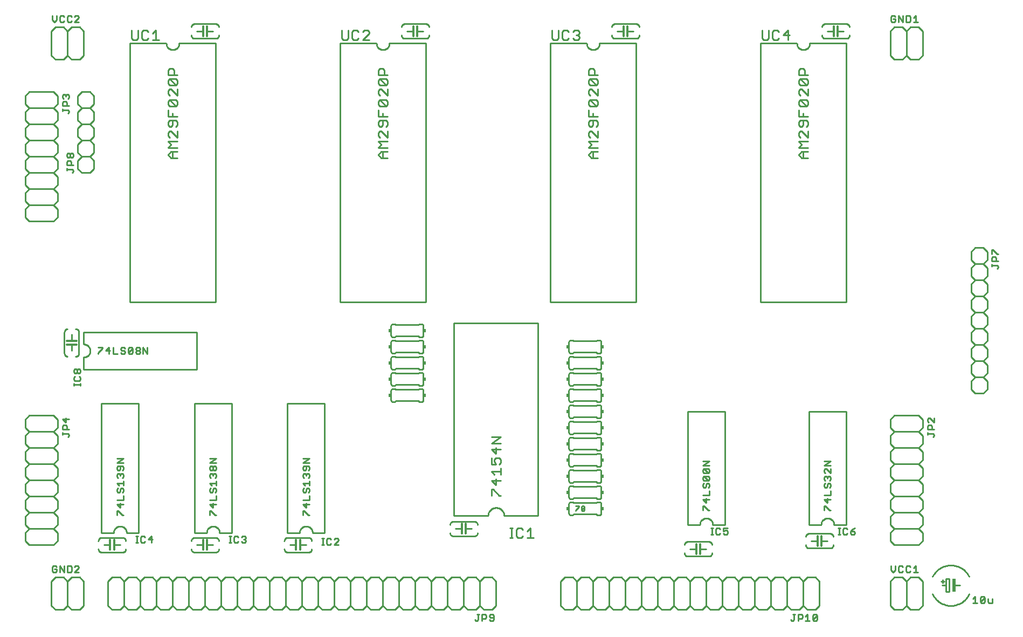
<source format=gtl>
G75*
%MOIN*%
%OFA0B0*%
%FSLAX24Y24*%
%IPPOS*%
%LPD*%
%AMOC8*
5,1,8,0,0,1.08239X$1,22.5*
%
%ADD10C,0.0100*%
%ADD11C,0.0120*%
%ADD12R,0.0200X0.0800*%
%ADD13C,0.0110*%
%ADD14R,0.0150X0.0200*%
D10*
X006890Y005890D02*
X007140Y005640D01*
X007640Y005640D01*
X007890Y005890D01*
X007890Y007390D01*
X008140Y007640D01*
X008640Y007640D01*
X008890Y007390D01*
X008890Y005890D01*
X008640Y005640D01*
X008140Y005640D01*
X007890Y005890D01*
X006890Y005890D02*
X006890Y007390D01*
X007140Y007640D01*
X007640Y007640D01*
X007890Y007390D01*
X007861Y007940D02*
X008061Y007940D01*
X008128Y008007D01*
X008128Y008274D01*
X008061Y008340D01*
X007861Y008340D01*
X007861Y007940D01*
X007667Y007940D02*
X007667Y008340D01*
X007400Y008340D02*
X007667Y007940D01*
X007400Y007940D02*
X007400Y008340D01*
X007207Y008274D02*
X007140Y008340D01*
X007007Y008340D01*
X006940Y008274D01*
X006940Y008007D01*
X007007Y007940D01*
X007140Y007940D01*
X007207Y008007D01*
X007207Y008140D01*
X007073Y008140D01*
X008321Y008274D02*
X008388Y008340D01*
X008521Y008340D01*
X008588Y008274D01*
X008588Y008207D01*
X008321Y007940D01*
X008588Y007940D01*
X010390Y007390D02*
X010390Y005890D01*
X010640Y005640D01*
X011140Y005640D01*
X011390Y005890D01*
X011390Y007390D01*
X011140Y007640D01*
X010640Y007640D01*
X010390Y007390D01*
X011390Y007390D02*
X011640Y007640D01*
X012140Y007640D01*
X012390Y007390D01*
X012390Y005890D01*
X012140Y005640D01*
X011640Y005640D01*
X011390Y005890D01*
X012390Y005890D02*
X012640Y005640D01*
X013140Y005640D01*
X013390Y005890D01*
X013390Y007390D01*
X013140Y007640D01*
X012640Y007640D01*
X012390Y007390D01*
X013390Y007390D02*
X013640Y007640D01*
X014140Y007640D01*
X014390Y007390D01*
X014390Y005890D01*
X014140Y005640D01*
X013640Y005640D01*
X013390Y005890D01*
X014390Y005890D02*
X014640Y005640D01*
X015140Y005640D01*
X015390Y005890D01*
X015390Y007390D01*
X015140Y007640D01*
X014640Y007640D01*
X014390Y007390D01*
X015390Y007390D02*
X015640Y007640D01*
X016140Y007640D01*
X016390Y007390D01*
X016390Y005890D01*
X016140Y005640D01*
X015640Y005640D01*
X015390Y005890D01*
X016390Y005890D02*
X016640Y005640D01*
X017140Y005640D01*
X017390Y005890D01*
X017390Y007390D01*
X017640Y007640D01*
X018140Y007640D01*
X018390Y007390D01*
X018390Y005890D01*
X018140Y005640D01*
X017640Y005640D01*
X017390Y005890D01*
X018390Y005890D02*
X018640Y005640D01*
X019140Y005640D01*
X019390Y005890D01*
X019390Y007390D01*
X019640Y007640D01*
X020140Y007640D01*
X020390Y007390D01*
X020390Y005890D01*
X020140Y005640D01*
X019640Y005640D01*
X019390Y005890D01*
X020390Y005890D02*
X020640Y005640D01*
X021140Y005640D01*
X021390Y005890D01*
X021390Y007390D01*
X021640Y007640D01*
X022140Y007640D01*
X022390Y007390D01*
X022390Y005890D01*
X022140Y005640D01*
X021640Y005640D01*
X021390Y005890D01*
X022390Y005890D02*
X022640Y005640D01*
X023140Y005640D01*
X023390Y005890D01*
X023390Y007390D01*
X023640Y007640D01*
X024140Y007640D01*
X024390Y007390D01*
X024390Y005890D01*
X024140Y005640D01*
X023640Y005640D01*
X023390Y005890D01*
X024390Y005890D02*
X024640Y005640D01*
X025140Y005640D01*
X025390Y005890D01*
X025390Y007390D01*
X025640Y007640D01*
X026140Y007640D01*
X026390Y007390D01*
X026390Y005890D01*
X026140Y005640D01*
X025640Y005640D01*
X025390Y005890D01*
X026390Y005890D02*
X026640Y005640D01*
X027140Y005640D01*
X027390Y005890D01*
X027390Y007390D01*
X027640Y007640D01*
X028140Y007640D01*
X028390Y007390D01*
X028390Y005890D01*
X028140Y005640D01*
X027640Y005640D01*
X027390Y005890D01*
X028390Y005890D02*
X028640Y005640D01*
X029140Y005640D01*
X029390Y005890D01*
X029390Y007390D01*
X029140Y007640D01*
X028640Y007640D01*
X028390Y007390D01*
X029390Y007390D02*
X029640Y007640D01*
X030140Y007640D01*
X030390Y007390D01*
X030390Y005890D01*
X030140Y005640D01*
X029640Y005640D01*
X029390Y005890D01*
X030390Y005890D02*
X030640Y005640D01*
X031140Y005640D01*
X031390Y005890D01*
X031390Y007390D01*
X031140Y007640D01*
X030640Y007640D01*
X030390Y007390D01*
X031390Y007390D02*
X031640Y007640D01*
X032140Y007640D01*
X032390Y007390D01*
X032390Y005890D01*
X032140Y005640D01*
X031640Y005640D01*
X031390Y005890D01*
X032390Y005890D02*
X032640Y005640D01*
X033140Y005640D01*
X033390Y005890D01*
X033390Y007390D01*
X033140Y007640D01*
X032640Y007640D01*
X032390Y007390D01*
X033390Y007390D02*
X033640Y007640D01*
X034140Y007640D01*
X034390Y007390D01*
X034390Y005890D01*
X034140Y005640D01*
X033640Y005640D01*
X033390Y005890D01*
X033326Y005340D02*
X033192Y005340D01*
X033259Y005340D02*
X033259Y005007D01*
X033192Y004940D01*
X033126Y004940D01*
X033059Y005007D01*
X033519Y005073D02*
X033719Y005073D01*
X033786Y005140D01*
X033786Y005274D01*
X033719Y005340D01*
X033519Y005340D01*
X033519Y004940D01*
X033980Y005007D02*
X034046Y004940D01*
X034180Y004940D01*
X034246Y005007D01*
X034246Y005274D01*
X034180Y005340D01*
X034046Y005340D01*
X033980Y005274D01*
X033980Y005207D01*
X034046Y005140D01*
X034246Y005140D01*
X038390Y005890D02*
X038640Y005640D01*
X039140Y005640D01*
X039390Y005890D01*
X039390Y007390D01*
X039640Y007640D01*
X040140Y007640D01*
X040390Y007390D01*
X040390Y005890D01*
X040140Y005640D01*
X039640Y005640D01*
X039390Y005890D01*
X038390Y005890D02*
X038390Y007390D01*
X038640Y007640D01*
X039140Y007640D01*
X039390Y007390D01*
X040390Y007390D02*
X040640Y007640D01*
X041140Y007640D01*
X041390Y007390D01*
X041390Y005890D01*
X041140Y005640D01*
X040640Y005640D01*
X040390Y005890D01*
X041390Y005890D02*
X041640Y005640D01*
X042140Y005640D01*
X042390Y005890D01*
X042390Y007390D01*
X042640Y007640D01*
X043140Y007640D01*
X043390Y007390D01*
X043390Y005890D01*
X043140Y005640D01*
X042640Y005640D01*
X042390Y005890D01*
X043390Y005890D02*
X043640Y005640D01*
X044140Y005640D01*
X044390Y005890D01*
X044390Y007390D01*
X044640Y007640D01*
X045140Y007640D01*
X045390Y007390D01*
X045390Y005890D01*
X045140Y005640D01*
X044640Y005640D01*
X044390Y005890D01*
X045390Y005890D02*
X045640Y005640D01*
X046140Y005640D01*
X046390Y005890D01*
X046390Y007390D01*
X046640Y007640D01*
X047140Y007640D01*
X047390Y007390D01*
X047390Y005890D01*
X047140Y005640D01*
X046640Y005640D01*
X046390Y005890D01*
X047390Y005890D02*
X047640Y005640D01*
X048140Y005640D01*
X048390Y005890D01*
X048390Y007390D01*
X048140Y007640D01*
X047640Y007640D01*
X047390Y007390D01*
X046390Y007390D02*
X046140Y007640D01*
X045640Y007640D01*
X045390Y007390D01*
X044390Y007390D02*
X044140Y007640D01*
X043640Y007640D01*
X043390Y007390D01*
X042390Y007390D02*
X042140Y007640D01*
X041640Y007640D01*
X041390Y007390D01*
X046240Y008940D02*
X047540Y008940D01*
X047566Y008942D01*
X047592Y008947D01*
X047617Y008955D01*
X047640Y008967D01*
X047662Y008981D01*
X047681Y008999D01*
X047699Y009018D01*
X047713Y009040D01*
X047725Y009063D01*
X047733Y009088D01*
X047738Y009114D01*
X047740Y009140D01*
X047390Y009390D02*
X047020Y009390D01*
X046770Y009390D02*
X046390Y009390D01*
X046040Y009140D02*
X046042Y009114D01*
X046047Y009088D01*
X046055Y009063D01*
X046067Y009040D01*
X046081Y009018D01*
X046099Y008999D01*
X046118Y008981D01*
X046140Y008967D01*
X046163Y008955D01*
X046188Y008947D01*
X046214Y008942D01*
X046240Y008940D01*
X046040Y009640D02*
X046042Y009666D01*
X046047Y009692D01*
X046055Y009717D01*
X046067Y009740D01*
X046081Y009762D01*
X046099Y009781D01*
X046118Y009799D01*
X046140Y009813D01*
X046163Y009825D01*
X046188Y009833D01*
X046214Y009838D01*
X046240Y009840D01*
X047540Y009840D01*
X047566Y009838D01*
X047592Y009833D01*
X047617Y009825D01*
X047640Y009813D01*
X047662Y009799D01*
X047681Y009781D01*
X047699Y009762D01*
X047713Y009740D01*
X047725Y009717D01*
X047733Y009692D01*
X047738Y009666D01*
X047740Y009640D01*
X047729Y010290D02*
X047729Y010690D01*
X047662Y010690D02*
X047796Y010690D01*
X047969Y010624D02*
X047969Y010357D01*
X048036Y010290D01*
X048169Y010290D01*
X048236Y010357D01*
X048430Y010357D02*
X048496Y010290D01*
X048630Y010290D01*
X048696Y010357D01*
X048696Y010490D01*
X048630Y010557D01*
X048563Y010557D01*
X048430Y010490D01*
X048430Y010690D01*
X048696Y010690D01*
X048540Y010890D02*
X047790Y010890D01*
X048036Y010690D02*
X047969Y010624D01*
X048036Y010690D02*
X048169Y010690D01*
X048236Y010624D01*
X048540Y010890D02*
X048540Y017890D01*
X046240Y017890D01*
X046240Y010890D01*
X046990Y010890D01*
X046992Y010929D01*
X046998Y010968D01*
X047007Y011006D01*
X047020Y011043D01*
X047037Y011079D01*
X047057Y011112D01*
X047081Y011144D01*
X047107Y011173D01*
X047136Y011199D01*
X047168Y011223D01*
X047201Y011243D01*
X047237Y011260D01*
X047274Y011273D01*
X047312Y011282D01*
X047351Y011288D01*
X047390Y011290D01*
X047429Y011288D01*
X047468Y011282D01*
X047506Y011273D01*
X047543Y011260D01*
X047579Y011243D01*
X047612Y011223D01*
X047644Y011199D01*
X047673Y011173D01*
X047699Y011144D01*
X047723Y011112D01*
X047743Y011079D01*
X047760Y011043D01*
X047773Y011006D01*
X047782Y010968D01*
X047788Y010929D01*
X047790Y010890D01*
X047796Y010290D02*
X047662Y010290D01*
X047590Y011790D02*
X047523Y011790D01*
X047256Y012057D01*
X047190Y012057D01*
X047190Y011790D01*
X047390Y012250D02*
X047390Y012517D01*
X047590Y012451D02*
X047190Y012451D01*
X047390Y012250D01*
X047190Y012711D02*
X047590Y012711D01*
X047590Y012978D01*
X047523Y013171D02*
X047590Y013238D01*
X047590Y013371D01*
X047523Y013438D01*
X047457Y013438D01*
X047390Y013371D01*
X047390Y013238D01*
X047323Y013171D01*
X047256Y013171D01*
X047190Y013238D01*
X047190Y013371D01*
X047256Y013438D01*
X047256Y013632D02*
X047190Y013698D01*
X047190Y013832D01*
X047256Y013898D01*
X047523Y013632D01*
X047590Y013698D01*
X047590Y013832D01*
X047523Y013898D01*
X047256Y013898D01*
X047256Y014092D02*
X047190Y014159D01*
X047190Y014292D01*
X047256Y014359D01*
X047523Y014092D01*
X047590Y014159D01*
X047590Y014292D01*
X047523Y014359D01*
X047256Y014359D01*
X047190Y014552D02*
X047590Y014819D01*
X047190Y014819D01*
X047190Y014552D02*
X047590Y014552D01*
X047523Y014092D02*
X047256Y014092D01*
X047256Y013632D02*
X047523Y013632D01*
X053740Y010890D02*
X054490Y010890D01*
X054492Y010929D01*
X054498Y010968D01*
X054507Y011006D01*
X054520Y011043D01*
X054537Y011079D01*
X054557Y011112D01*
X054581Y011144D01*
X054607Y011173D01*
X054636Y011199D01*
X054668Y011223D01*
X054701Y011243D01*
X054737Y011260D01*
X054774Y011273D01*
X054812Y011282D01*
X054851Y011288D01*
X054890Y011290D01*
X054929Y011288D01*
X054968Y011282D01*
X055006Y011273D01*
X055043Y011260D01*
X055079Y011243D01*
X055112Y011223D01*
X055144Y011199D01*
X055173Y011173D01*
X055199Y011144D01*
X055223Y011112D01*
X055243Y011079D01*
X055260Y011043D01*
X055273Y011006D01*
X055282Y010968D01*
X055288Y010929D01*
X055290Y010890D01*
X056040Y010890D01*
X056040Y017890D01*
X053740Y017890D01*
X053740Y010890D01*
X053740Y010340D02*
X055040Y010340D01*
X055066Y010338D01*
X055092Y010333D01*
X055117Y010325D01*
X055140Y010313D01*
X055162Y010299D01*
X055181Y010281D01*
X055199Y010262D01*
X055213Y010240D01*
X055225Y010217D01*
X055233Y010192D01*
X055238Y010166D01*
X055240Y010140D01*
X055537Y010290D02*
X055671Y010290D01*
X055604Y010290D02*
X055604Y010690D01*
X055537Y010690D02*
X055671Y010690D01*
X055844Y010624D02*
X055844Y010357D01*
X055911Y010290D01*
X056044Y010290D01*
X056111Y010357D01*
X056305Y010357D02*
X056371Y010290D01*
X056505Y010290D01*
X056571Y010357D01*
X056571Y010423D01*
X056505Y010490D01*
X056305Y010490D01*
X056305Y010357D01*
X056305Y010490D02*
X056438Y010624D01*
X056571Y010690D01*
X056111Y010624D02*
X056044Y010690D01*
X055911Y010690D01*
X055844Y010624D01*
X054890Y009890D02*
X054520Y009890D01*
X054270Y009890D02*
X053890Y009890D01*
X053540Y010140D02*
X053542Y010166D01*
X053547Y010192D01*
X053555Y010217D01*
X053567Y010240D01*
X053581Y010262D01*
X053599Y010281D01*
X053618Y010299D01*
X053640Y010313D01*
X053663Y010325D01*
X053688Y010333D01*
X053714Y010338D01*
X053740Y010340D01*
X053540Y009640D02*
X053542Y009614D01*
X053547Y009588D01*
X053555Y009563D01*
X053567Y009540D01*
X053581Y009518D01*
X053599Y009499D01*
X053618Y009481D01*
X053640Y009467D01*
X053663Y009455D01*
X053688Y009447D01*
X053714Y009442D01*
X053740Y009440D01*
X055040Y009440D01*
X055066Y009442D01*
X055092Y009447D01*
X055117Y009455D01*
X055140Y009467D01*
X055162Y009481D01*
X055181Y009499D01*
X055199Y009518D01*
X055213Y009540D01*
X055225Y009563D01*
X055233Y009588D01*
X055238Y009614D01*
X055240Y009640D01*
X054140Y007640D02*
X053640Y007640D01*
X053390Y007390D01*
X053390Y005890D01*
X053140Y005640D01*
X052640Y005640D01*
X052390Y005890D01*
X052390Y007390D01*
X052140Y007640D01*
X051640Y007640D01*
X051390Y007390D01*
X051390Y005890D01*
X051140Y005640D01*
X050640Y005640D01*
X050390Y005890D01*
X050390Y007390D01*
X050140Y007640D01*
X049640Y007640D01*
X049390Y007390D01*
X049390Y005890D01*
X049140Y005640D01*
X048640Y005640D01*
X048390Y005890D01*
X049390Y005890D02*
X049640Y005640D01*
X050140Y005640D01*
X050390Y005890D01*
X051390Y005890D02*
X051640Y005640D01*
X052140Y005640D01*
X052390Y005890D01*
X052732Y005340D02*
X052865Y005340D01*
X052799Y005340D02*
X052799Y005007D01*
X052732Y004940D01*
X052665Y004940D01*
X052598Y005007D01*
X053059Y005073D02*
X053259Y005073D01*
X053326Y005140D01*
X053326Y005274D01*
X053259Y005340D01*
X053059Y005340D01*
X053059Y004940D01*
X053519Y004940D02*
X053786Y004940D01*
X053653Y004940D02*
X053653Y005340D01*
X053519Y005207D01*
X053640Y005640D02*
X053390Y005890D01*
X053640Y005640D02*
X054140Y005640D01*
X054390Y005890D01*
X054390Y007390D01*
X054140Y007640D01*
X053390Y007390D02*
X053140Y007640D01*
X052640Y007640D01*
X052390Y007390D01*
X051390Y007390D02*
X051140Y007640D01*
X050640Y007640D01*
X050390Y007390D01*
X049390Y007390D02*
X049140Y007640D01*
X048640Y007640D01*
X048390Y007390D01*
X053980Y005274D02*
X053980Y005007D01*
X054246Y005274D01*
X054246Y005007D01*
X054180Y004940D01*
X054046Y004940D01*
X053980Y005007D01*
X053980Y005274D02*
X054046Y005340D01*
X054180Y005340D01*
X054246Y005274D01*
X058765Y005890D02*
X058765Y007390D01*
X059015Y007640D01*
X059515Y007640D01*
X059765Y007390D01*
X059765Y005890D01*
X060015Y005640D01*
X060515Y005640D01*
X060765Y005890D01*
X060765Y007390D01*
X060515Y007640D01*
X060015Y007640D01*
X059765Y007390D01*
X059803Y007940D02*
X059936Y007940D01*
X060003Y008007D01*
X060196Y007940D02*
X060463Y007940D01*
X060330Y007940D02*
X060330Y008340D01*
X060196Y008207D01*
X060003Y008274D02*
X059936Y008340D01*
X059803Y008340D01*
X059736Y008274D01*
X059736Y008007D01*
X059803Y007940D01*
X059542Y008007D02*
X059476Y007940D01*
X059342Y007940D01*
X059275Y008007D01*
X059275Y008274D01*
X059342Y008340D01*
X059476Y008340D01*
X059542Y008274D01*
X059082Y008340D02*
X059082Y008073D01*
X058948Y007940D01*
X058815Y008073D01*
X058815Y008340D01*
X059015Y009640D02*
X058765Y009890D01*
X058765Y010390D01*
X059015Y010640D01*
X060515Y010640D01*
X060765Y010390D01*
X060765Y009890D01*
X060515Y009640D01*
X059015Y009640D01*
X059015Y010640D02*
X058765Y010890D01*
X058765Y011390D01*
X059015Y011640D01*
X060515Y011640D01*
X060765Y011390D01*
X060765Y010890D01*
X060515Y010640D01*
X060515Y011640D02*
X060765Y011890D01*
X060765Y012390D01*
X060515Y012640D01*
X059015Y012640D01*
X058765Y012390D01*
X058765Y011890D01*
X059015Y011640D01*
X059015Y012640D02*
X058765Y012890D01*
X058765Y013390D01*
X059015Y013640D01*
X060515Y013640D01*
X060765Y013390D01*
X060765Y012890D01*
X060515Y012640D01*
X060515Y013640D02*
X060765Y013890D01*
X060765Y014390D01*
X060515Y014640D01*
X059015Y014640D01*
X058765Y014390D01*
X058765Y013890D01*
X059015Y013640D01*
X059015Y014640D02*
X058765Y014890D01*
X058765Y015390D01*
X059015Y015640D01*
X060515Y015640D01*
X060765Y015390D01*
X060765Y014890D01*
X060515Y014640D01*
X060515Y015640D02*
X060765Y015890D01*
X060765Y016390D01*
X060515Y016640D01*
X059015Y016640D01*
X058765Y016390D01*
X058765Y015890D01*
X059015Y015640D01*
X059015Y016640D02*
X058765Y016890D01*
X058765Y017390D01*
X059015Y017640D01*
X060515Y017640D01*
X060765Y017390D01*
X060765Y016890D01*
X060515Y016640D01*
X061065Y016576D02*
X061065Y016442D01*
X061065Y016509D02*
X061398Y016509D01*
X061465Y016442D01*
X061465Y016376D01*
X061398Y016309D01*
X061332Y016769D02*
X061332Y016969D01*
X061265Y017036D01*
X061131Y017036D01*
X061065Y016969D01*
X061065Y016769D01*
X061465Y016769D01*
X061465Y017230D02*
X061198Y017496D01*
X061131Y017496D01*
X061065Y017430D01*
X061065Y017296D01*
X061131Y017230D01*
X061465Y017230D02*
X061465Y017496D01*
X063765Y019265D02*
X063765Y019765D01*
X064015Y020015D01*
X063765Y020265D01*
X063765Y020765D01*
X064015Y021015D01*
X063765Y021265D01*
X063765Y021765D01*
X064015Y022015D01*
X063765Y022265D01*
X063765Y022765D01*
X064015Y023015D01*
X063765Y023265D01*
X063765Y023765D01*
X064015Y024015D01*
X063765Y024265D01*
X063765Y024765D01*
X064015Y025015D01*
X063765Y025265D01*
X063765Y025765D01*
X064015Y026015D01*
X063765Y026265D01*
X063765Y026765D01*
X064015Y027015D01*
X063765Y027265D01*
X063765Y027765D01*
X064015Y028015D01*
X064515Y028015D01*
X064765Y027765D01*
X064765Y027265D01*
X064515Y027015D01*
X064765Y026765D01*
X064765Y026265D01*
X064515Y026015D01*
X064015Y026015D01*
X064515Y026015D02*
X064765Y025765D01*
X064765Y025265D01*
X064515Y025015D01*
X064765Y024765D01*
X064765Y024265D01*
X064515Y024015D01*
X064765Y023765D01*
X064765Y023265D01*
X064515Y023015D01*
X064015Y023015D01*
X064515Y023015D02*
X064765Y022765D01*
X064765Y022265D01*
X064515Y022015D01*
X064765Y021765D01*
X064765Y021265D01*
X064515Y021015D01*
X064765Y020765D01*
X064765Y020265D01*
X064515Y020015D01*
X064765Y019765D01*
X064765Y019265D01*
X064515Y019015D01*
X064015Y019015D01*
X063765Y019265D01*
X064015Y020015D02*
X064515Y020015D01*
X064515Y021015D02*
X064015Y021015D01*
X064015Y022015D02*
X064515Y022015D01*
X064515Y024015D02*
X064015Y024015D01*
X064015Y025015D02*
X064515Y025015D01*
X065368Y026714D02*
X065435Y026781D01*
X065435Y026847D01*
X065368Y026914D01*
X065035Y026914D01*
X065035Y026847D02*
X065035Y026981D01*
X065035Y027174D02*
X065035Y027374D01*
X065101Y027441D01*
X065235Y027441D01*
X065302Y027374D01*
X065302Y027174D01*
X065435Y027174D02*
X065035Y027174D01*
X065035Y027635D02*
X065035Y027901D01*
X065101Y027901D01*
X065368Y027635D01*
X065435Y027635D01*
X064515Y027015D02*
X064015Y027015D01*
X056040Y024640D02*
X050740Y024640D01*
X050740Y040640D01*
X052990Y040640D01*
X052992Y040601D01*
X052998Y040562D01*
X053007Y040524D01*
X053020Y040487D01*
X053037Y040451D01*
X053057Y040418D01*
X053081Y040386D01*
X053107Y040357D01*
X053136Y040331D01*
X053168Y040307D01*
X053201Y040287D01*
X053237Y040270D01*
X053274Y040257D01*
X053312Y040248D01*
X053351Y040242D01*
X053390Y040240D01*
X053429Y040242D01*
X053468Y040248D01*
X053506Y040257D01*
X053543Y040270D01*
X053579Y040287D01*
X053612Y040307D01*
X053644Y040331D01*
X053673Y040357D01*
X053699Y040386D01*
X053723Y040418D01*
X053743Y040451D01*
X053760Y040487D01*
X053773Y040524D01*
X053782Y040562D01*
X053788Y040601D01*
X053790Y040640D01*
X056040Y040640D01*
X056040Y024640D01*
X043040Y024640D02*
X037740Y024640D01*
X037740Y040640D01*
X039990Y040640D01*
X039992Y040601D01*
X039998Y040562D01*
X040007Y040524D01*
X040020Y040487D01*
X040037Y040451D01*
X040057Y040418D01*
X040081Y040386D01*
X040107Y040357D01*
X040136Y040331D01*
X040168Y040307D01*
X040201Y040287D01*
X040237Y040270D01*
X040274Y040257D01*
X040312Y040248D01*
X040351Y040242D01*
X040390Y040240D01*
X040429Y040242D01*
X040468Y040248D01*
X040506Y040257D01*
X040543Y040270D01*
X040579Y040287D01*
X040612Y040307D01*
X040644Y040331D01*
X040673Y040357D01*
X040699Y040386D01*
X040723Y040418D01*
X040743Y040451D01*
X040760Y040487D01*
X040773Y040524D01*
X040782Y040562D01*
X040788Y040601D01*
X040790Y040640D01*
X043040Y040640D01*
X043040Y024640D01*
X040790Y022290D02*
X040640Y022290D01*
X040590Y022240D01*
X039190Y022240D01*
X039140Y022290D01*
X038990Y022290D01*
X038973Y022288D01*
X038956Y022284D01*
X038940Y022277D01*
X038926Y022267D01*
X038913Y022254D01*
X038903Y022240D01*
X038896Y022224D01*
X038892Y022207D01*
X038890Y022190D01*
X038890Y021590D01*
X038892Y021573D01*
X038896Y021556D01*
X038903Y021540D01*
X038913Y021526D01*
X038926Y021513D01*
X038940Y021503D01*
X038956Y021496D01*
X038973Y021492D01*
X038990Y021490D01*
X039140Y021490D01*
X039190Y021540D01*
X040590Y021540D01*
X040640Y021490D01*
X040790Y021490D01*
X040807Y021492D01*
X040824Y021496D01*
X040840Y021503D01*
X040854Y021513D01*
X040867Y021526D01*
X040877Y021540D01*
X040884Y021556D01*
X040888Y021573D01*
X040890Y021590D01*
X040890Y022190D01*
X040888Y022207D01*
X040884Y022224D01*
X040877Y022240D01*
X040867Y022254D01*
X040854Y022267D01*
X040840Y022277D01*
X040824Y022284D01*
X040807Y022288D01*
X040790Y022290D01*
X040790Y021290D02*
X040640Y021290D01*
X040590Y021240D01*
X039190Y021240D01*
X039140Y021290D01*
X038990Y021290D01*
X038973Y021288D01*
X038956Y021284D01*
X038940Y021277D01*
X038926Y021267D01*
X038913Y021254D01*
X038903Y021240D01*
X038896Y021224D01*
X038892Y021207D01*
X038890Y021190D01*
X038890Y020590D01*
X038892Y020573D01*
X038896Y020556D01*
X038903Y020540D01*
X038913Y020526D01*
X038926Y020513D01*
X038940Y020503D01*
X038956Y020496D01*
X038973Y020492D01*
X038990Y020490D01*
X039140Y020490D01*
X039190Y020540D01*
X040590Y020540D01*
X040640Y020490D01*
X040790Y020490D01*
X040807Y020492D01*
X040824Y020496D01*
X040840Y020503D01*
X040854Y020513D01*
X040867Y020526D01*
X040877Y020540D01*
X040884Y020556D01*
X040888Y020573D01*
X040890Y020590D01*
X040890Y021190D01*
X040888Y021207D01*
X040884Y021224D01*
X040877Y021240D01*
X040867Y021254D01*
X040854Y021267D01*
X040840Y021277D01*
X040824Y021284D01*
X040807Y021288D01*
X040790Y021290D01*
X040790Y020290D02*
X040640Y020290D01*
X040590Y020240D01*
X039190Y020240D01*
X039140Y020290D01*
X038990Y020290D01*
X038973Y020288D01*
X038956Y020284D01*
X038940Y020277D01*
X038926Y020267D01*
X038913Y020254D01*
X038903Y020240D01*
X038896Y020224D01*
X038892Y020207D01*
X038890Y020190D01*
X038890Y019590D01*
X038892Y019573D01*
X038896Y019556D01*
X038903Y019540D01*
X038913Y019526D01*
X038926Y019513D01*
X038940Y019503D01*
X038956Y019496D01*
X038973Y019492D01*
X038990Y019490D01*
X039140Y019490D01*
X039190Y019540D01*
X040590Y019540D01*
X040640Y019490D01*
X040790Y019490D01*
X040807Y019492D01*
X040824Y019496D01*
X040840Y019503D01*
X040854Y019513D01*
X040867Y019526D01*
X040877Y019540D01*
X040884Y019556D01*
X040888Y019573D01*
X040890Y019590D01*
X040890Y020190D01*
X040888Y020207D01*
X040884Y020224D01*
X040877Y020240D01*
X040867Y020254D01*
X040854Y020267D01*
X040840Y020277D01*
X040824Y020284D01*
X040807Y020288D01*
X040790Y020290D01*
X040790Y019290D02*
X040640Y019290D01*
X040590Y019240D01*
X039190Y019240D01*
X039140Y019290D01*
X038990Y019290D01*
X038973Y019288D01*
X038956Y019284D01*
X038940Y019277D01*
X038926Y019267D01*
X038913Y019254D01*
X038903Y019240D01*
X038896Y019224D01*
X038892Y019207D01*
X038890Y019190D01*
X038890Y018590D01*
X038892Y018573D01*
X038896Y018556D01*
X038903Y018540D01*
X038913Y018526D01*
X038926Y018513D01*
X038940Y018503D01*
X038956Y018496D01*
X038973Y018492D01*
X038990Y018490D01*
X039140Y018490D01*
X039190Y018540D01*
X040590Y018540D01*
X040640Y018490D01*
X040790Y018490D01*
X040807Y018492D01*
X040824Y018496D01*
X040840Y018503D01*
X040854Y018513D01*
X040867Y018526D01*
X040877Y018540D01*
X040884Y018556D01*
X040888Y018573D01*
X040890Y018590D01*
X040890Y019190D01*
X040888Y019207D01*
X040884Y019224D01*
X040877Y019240D01*
X040867Y019254D01*
X040854Y019267D01*
X040840Y019277D01*
X040824Y019284D01*
X040807Y019288D01*
X040790Y019290D01*
X040790Y018290D02*
X040640Y018290D01*
X040590Y018240D01*
X039190Y018240D01*
X039140Y018290D01*
X038990Y018290D01*
X038973Y018288D01*
X038956Y018284D01*
X038940Y018277D01*
X038926Y018267D01*
X038913Y018254D01*
X038903Y018240D01*
X038896Y018224D01*
X038892Y018207D01*
X038890Y018190D01*
X038890Y017590D01*
X038892Y017573D01*
X038896Y017556D01*
X038903Y017540D01*
X038913Y017526D01*
X038926Y017513D01*
X038940Y017503D01*
X038956Y017496D01*
X038973Y017492D01*
X038990Y017490D01*
X039140Y017490D01*
X039190Y017540D01*
X040590Y017540D01*
X040640Y017490D01*
X040790Y017490D01*
X040807Y017492D01*
X040824Y017496D01*
X040840Y017503D01*
X040854Y017513D01*
X040867Y017526D01*
X040877Y017540D01*
X040884Y017556D01*
X040888Y017573D01*
X040890Y017590D01*
X040890Y018190D01*
X040888Y018207D01*
X040884Y018224D01*
X040877Y018240D01*
X040867Y018254D01*
X040854Y018267D01*
X040840Y018277D01*
X040824Y018284D01*
X040807Y018288D01*
X040790Y018290D01*
X040790Y017290D02*
X040640Y017290D01*
X040590Y017240D01*
X039190Y017240D01*
X039140Y017290D01*
X038990Y017290D01*
X038973Y017288D01*
X038956Y017284D01*
X038940Y017277D01*
X038926Y017267D01*
X038913Y017254D01*
X038903Y017240D01*
X038896Y017224D01*
X038892Y017207D01*
X038890Y017190D01*
X038890Y016590D01*
X038892Y016573D01*
X038896Y016556D01*
X038903Y016540D01*
X038913Y016526D01*
X038926Y016513D01*
X038940Y016503D01*
X038956Y016496D01*
X038973Y016492D01*
X038990Y016490D01*
X039140Y016490D01*
X039190Y016540D01*
X040590Y016540D01*
X040640Y016490D01*
X040790Y016490D01*
X040807Y016492D01*
X040824Y016496D01*
X040840Y016503D01*
X040854Y016513D01*
X040867Y016526D01*
X040877Y016540D01*
X040884Y016556D01*
X040888Y016573D01*
X040890Y016590D01*
X040890Y017190D01*
X040888Y017207D01*
X040884Y017224D01*
X040877Y017240D01*
X040867Y017254D01*
X040854Y017267D01*
X040840Y017277D01*
X040824Y017284D01*
X040807Y017288D01*
X040790Y017290D01*
X040790Y016290D02*
X040640Y016290D01*
X040590Y016240D01*
X039190Y016240D01*
X039140Y016290D01*
X038990Y016290D01*
X038973Y016288D01*
X038956Y016284D01*
X038940Y016277D01*
X038926Y016267D01*
X038913Y016254D01*
X038903Y016240D01*
X038896Y016224D01*
X038892Y016207D01*
X038890Y016190D01*
X038890Y015590D01*
X038892Y015573D01*
X038896Y015556D01*
X038903Y015540D01*
X038913Y015526D01*
X038926Y015513D01*
X038940Y015503D01*
X038956Y015496D01*
X038973Y015492D01*
X038990Y015490D01*
X039140Y015490D01*
X039190Y015540D01*
X040590Y015540D01*
X040640Y015490D01*
X040790Y015490D01*
X040807Y015492D01*
X040824Y015496D01*
X040840Y015503D01*
X040854Y015513D01*
X040867Y015526D01*
X040877Y015540D01*
X040884Y015556D01*
X040888Y015573D01*
X040890Y015590D01*
X040890Y016190D01*
X040888Y016207D01*
X040884Y016224D01*
X040877Y016240D01*
X040867Y016254D01*
X040854Y016267D01*
X040840Y016277D01*
X040824Y016284D01*
X040807Y016288D01*
X040790Y016290D01*
X040790Y015290D02*
X040640Y015290D01*
X040590Y015240D01*
X039190Y015240D01*
X039140Y015290D01*
X038990Y015290D01*
X038973Y015288D01*
X038956Y015284D01*
X038940Y015277D01*
X038926Y015267D01*
X038913Y015254D01*
X038903Y015240D01*
X038896Y015224D01*
X038892Y015207D01*
X038890Y015190D01*
X038890Y014590D01*
X038892Y014573D01*
X038896Y014556D01*
X038903Y014540D01*
X038913Y014526D01*
X038926Y014513D01*
X038940Y014503D01*
X038956Y014496D01*
X038973Y014492D01*
X038990Y014490D01*
X039140Y014490D01*
X039190Y014540D01*
X040590Y014540D01*
X040640Y014490D01*
X040790Y014490D01*
X040807Y014492D01*
X040824Y014496D01*
X040840Y014503D01*
X040854Y014513D01*
X040867Y014526D01*
X040877Y014540D01*
X040884Y014556D01*
X040888Y014573D01*
X040890Y014590D01*
X040890Y015190D01*
X040888Y015207D01*
X040884Y015224D01*
X040877Y015240D01*
X040867Y015254D01*
X040854Y015267D01*
X040840Y015277D01*
X040824Y015284D01*
X040807Y015288D01*
X040790Y015290D01*
X040790Y014290D02*
X040640Y014290D01*
X040590Y014240D01*
X039190Y014240D01*
X039140Y014290D01*
X038990Y014290D01*
X038973Y014288D01*
X038956Y014284D01*
X038940Y014277D01*
X038926Y014267D01*
X038913Y014254D01*
X038903Y014240D01*
X038896Y014224D01*
X038892Y014207D01*
X038890Y014190D01*
X038890Y013590D01*
X038892Y013573D01*
X038896Y013556D01*
X038903Y013540D01*
X038913Y013526D01*
X038926Y013513D01*
X038940Y013503D01*
X038956Y013496D01*
X038973Y013492D01*
X038990Y013490D01*
X039140Y013490D01*
X039190Y013540D01*
X040590Y013540D01*
X040640Y013490D01*
X040790Y013490D01*
X040807Y013492D01*
X040824Y013496D01*
X040840Y013503D01*
X040854Y013513D01*
X040867Y013526D01*
X040877Y013540D01*
X040884Y013556D01*
X040888Y013573D01*
X040890Y013590D01*
X040890Y014190D01*
X040888Y014207D01*
X040884Y014224D01*
X040877Y014240D01*
X040867Y014254D01*
X040854Y014267D01*
X040840Y014277D01*
X040824Y014284D01*
X040807Y014288D01*
X040790Y014290D01*
X040790Y013290D02*
X040640Y013290D01*
X040590Y013240D01*
X039190Y013240D01*
X039140Y013290D01*
X038990Y013290D01*
X038973Y013288D01*
X038956Y013284D01*
X038940Y013277D01*
X038926Y013267D01*
X038913Y013254D01*
X038903Y013240D01*
X038896Y013224D01*
X038892Y013207D01*
X038890Y013190D01*
X038890Y012590D01*
X038892Y012573D01*
X038896Y012556D01*
X038903Y012540D01*
X038913Y012526D01*
X038926Y012513D01*
X038940Y012503D01*
X038956Y012496D01*
X038973Y012492D01*
X038990Y012490D01*
X039140Y012490D01*
X039190Y012540D01*
X040590Y012540D01*
X040640Y012490D01*
X040790Y012490D01*
X040807Y012492D01*
X040824Y012496D01*
X040840Y012503D01*
X040854Y012513D01*
X040867Y012526D01*
X040877Y012540D01*
X040884Y012556D01*
X040888Y012573D01*
X040890Y012590D01*
X040890Y013190D01*
X040888Y013207D01*
X040884Y013224D01*
X040877Y013240D01*
X040867Y013254D01*
X040854Y013267D01*
X040840Y013277D01*
X040824Y013284D01*
X040807Y013288D01*
X040790Y013290D01*
X040790Y012290D02*
X040640Y012290D01*
X040590Y012240D01*
X039190Y012240D01*
X039140Y012290D01*
X038990Y012290D01*
X038973Y012288D01*
X038956Y012284D01*
X038940Y012277D01*
X038926Y012267D01*
X038913Y012254D01*
X038903Y012240D01*
X038896Y012224D01*
X038892Y012207D01*
X038890Y012190D01*
X038890Y011590D01*
X038892Y011573D01*
X038896Y011556D01*
X038903Y011540D01*
X038913Y011526D01*
X038926Y011513D01*
X038940Y011503D01*
X038956Y011496D01*
X038973Y011492D01*
X038990Y011490D01*
X039140Y011490D01*
X039190Y011540D01*
X040590Y011540D01*
X040640Y011490D01*
X040790Y011490D01*
X040807Y011492D01*
X040824Y011496D01*
X040840Y011503D01*
X040854Y011513D01*
X040867Y011526D01*
X040877Y011540D01*
X040884Y011556D01*
X040888Y011573D01*
X040890Y011590D01*
X040890Y012190D01*
X040888Y012207D01*
X040884Y012224D01*
X040877Y012240D01*
X040867Y012254D01*
X040854Y012267D01*
X040840Y012277D01*
X040824Y012284D01*
X040807Y012288D01*
X040790Y012290D01*
X039853Y011992D02*
X039659Y011798D01*
X039707Y011750D01*
X039804Y011750D01*
X039853Y011798D01*
X039853Y011992D01*
X039804Y012040D01*
X039707Y012040D01*
X039659Y011992D01*
X039659Y011798D01*
X039493Y011992D02*
X039300Y011798D01*
X039300Y011750D01*
X039300Y012040D02*
X039493Y012040D01*
X039493Y011992D01*
X036990Y011440D02*
X036990Y023340D01*
X031790Y023340D01*
X031790Y011440D01*
X033890Y011440D01*
X033892Y011484D01*
X033898Y011527D01*
X033907Y011569D01*
X033920Y011611D01*
X033937Y011651D01*
X033957Y011690D01*
X033980Y011727D01*
X034007Y011761D01*
X034036Y011794D01*
X034069Y011823D01*
X034103Y011850D01*
X034140Y011873D01*
X034179Y011893D01*
X034219Y011910D01*
X034261Y011923D01*
X034303Y011932D01*
X034346Y011938D01*
X034390Y011940D01*
X034434Y011938D01*
X034477Y011932D01*
X034519Y011923D01*
X034561Y011910D01*
X034601Y011893D01*
X034640Y011873D01*
X034677Y011850D01*
X034711Y011823D01*
X034744Y011794D01*
X034773Y011761D01*
X034800Y011727D01*
X034823Y011690D01*
X034843Y011651D01*
X034860Y011611D01*
X034873Y011569D01*
X034882Y011527D01*
X034888Y011484D01*
X034890Y011440D01*
X036990Y011440D01*
X033040Y011090D02*
X031740Y011090D01*
X031714Y011088D01*
X031688Y011083D01*
X031663Y011075D01*
X031640Y011063D01*
X031618Y011049D01*
X031599Y011031D01*
X031581Y011012D01*
X031567Y010990D01*
X031555Y010967D01*
X031547Y010942D01*
X031542Y010916D01*
X031540Y010890D01*
X031890Y010640D02*
X032270Y010640D01*
X032520Y010640D02*
X032890Y010640D01*
X033240Y010390D02*
X033238Y010364D01*
X033233Y010338D01*
X033225Y010313D01*
X033213Y010290D01*
X033199Y010268D01*
X033181Y010249D01*
X033162Y010231D01*
X033140Y010217D01*
X033117Y010205D01*
X033092Y010197D01*
X033066Y010192D01*
X033040Y010190D01*
X031740Y010190D01*
X031714Y010192D01*
X031688Y010197D01*
X031663Y010205D01*
X031640Y010217D01*
X031618Y010231D01*
X031599Y010249D01*
X031581Y010268D01*
X031567Y010290D01*
X031555Y010313D01*
X031547Y010338D01*
X031542Y010364D01*
X031540Y010390D01*
X033040Y011090D02*
X033066Y011088D01*
X033092Y011083D01*
X033117Y011075D01*
X033140Y011063D01*
X033162Y011049D01*
X033181Y011031D01*
X033199Y011012D01*
X033213Y010990D01*
X033225Y010967D01*
X033233Y010942D01*
X033238Y010916D01*
X033240Y010890D01*
X027390Y007390D02*
X027140Y007640D01*
X026640Y007640D01*
X026390Y007390D01*
X025390Y007390D02*
X025140Y007640D01*
X024640Y007640D01*
X024390Y007390D01*
X023390Y007390D02*
X023140Y007640D01*
X022640Y007640D01*
X022390Y007390D01*
X021390Y007390D02*
X021140Y007640D01*
X020640Y007640D01*
X020390Y007390D01*
X019390Y007390D02*
X019140Y007640D01*
X018640Y007640D01*
X018390Y007390D01*
X017390Y007390D02*
X017140Y007640D01*
X016640Y007640D01*
X016390Y007390D01*
X017040Y009190D02*
X015740Y009190D01*
X015714Y009192D01*
X015688Y009197D01*
X015663Y009205D01*
X015640Y009217D01*
X015618Y009231D01*
X015599Y009249D01*
X015581Y009268D01*
X015567Y009290D01*
X015555Y009313D01*
X015547Y009338D01*
X015542Y009364D01*
X015540Y009390D01*
X015890Y009640D02*
X016270Y009640D01*
X016520Y009640D02*
X016890Y009640D01*
X017240Y009390D02*
X017238Y009364D01*
X017233Y009338D01*
X017225Y009313D01*
X017213Y009290D01*
X017199Y009268D01*
X017181Y009249D01*
X017162Y009231D01*
X017140Y009217D01*
X017117Y009205D01*
X017092Y009197D01*
X017066Y009192D01*
X017040Y009190D01*
X017240Y009890D02*
X017238Y009916D01*
X017233Y009942D01*
X017225Y009967D01*
X017213Y009990D01*
X017199Y010012D01*
X017181Y010031D01*
X017162Y010049D01*
X017140Y010063D01*
X017117Y010075D01*
X017092Y010083D01*
X017066Y010088D01*
X017040Y010090D01*
X015740Y010090D01*
X015714Y010088D01*
X015688Y010083D01*
X015663Y010075D01*
X015640Y010063D01*
X015618Y010049D01*
X015599Y010031D01*
X015581Y010012D01*
X015567Y009990D01*
X015555Y009967D01*
X015547Y009942D01*
X015542Y009916D01*
X015540Y009890D01*
X015740Y010390D02*
X016490Y010390D01*
X016492Y010429D01*
X016498Y010468D01*
X016507Y010506D01*
X016520Y010543D01*
X016537Y010579D01*
X016557Y010612D01*
X016581Y010644D01*
X016607Y010673D01*
X016636Y010699D01*
X016668Y010723D01*
X016701Y010743D01*
X016737Y010760D01*
X016774Y010773D01*
X016812Y010782D01*
X016851Y010788D01*
X016890Y010790D01*
X016929Y010788D01*
X016968Y010782D01*
X017006Y010773D01*
X017043Y010760D01*
X017079Y010743D01*
X017112Y010723D01*
X017144Y010699D01*
X017173Y010673D01*
X017199Y010644D01*
X017223Y010612D01*
X017243Y010579D01*
X017260Y010543D01*
X017273Y010506D01*
X017282Y010468D01*
X017288Y010429D01*
X017290Y010390D01*
X018040Y010390D01*
X018040Y018390D01*
X015740Y018390D01*
X015740Y010390D01*
X016690Y011490D02*
X016690Y011757D01*
X016756Y011757D01*
X017023Y011490D01*
X017090Y011490D01*
X016890Y011950D02*
X016890Y012217D01*
X017090Y012151D02*
X016690Y012151D01*
X016890Y011950D01*
X016690Y012411D02*
X017090Y012411D01*
X017090Y012678D01*
X017023Y012871D02*
X017090Y012938D01*
X017090Y013071D01*
X017023Y013138D01*
X016957Y013138D01*
X016890Y013071D01*
X016890Y012938D01*
X016823Y012871D01*
X016756Y012871D01*
X016690Y012938D01*
X016690Y013071D01*
X016756Y013138D01*
X016823Y013332D02*
X016690Y013465D01*
X017090Y013465D01*
X017090Y013332D02*
X017090Y013598D01*
X017023Y013792D02*
X017090Y013859D01*
X017090Y013992D01*
X017023Y014059D01*
X016957Y014059D01*
X016890Y013992D01*
X016890Y013925D01*
X016890Y013992D02*
X016823Y014059D01*
X016756Y014059D01*
X016690Y013992D01*
X016690Y013859D01*
X016756Y013792D01*
X016756Y014252D02*
X016823Y014252D01*
X016890Y014319D01*
X016890Y014453D01*
X016957Y014519D01*
X017023Y014519D01*
X017090Y014453D01*
X017090Y014319D01*
X017023Y014252D01*
X016957Y014252D01*
X016890Y014319D01*
X016890Y014453D02*
X016823Y014519D01*
X016756Y014519D01*
X016690Y014453D01*
X016690Y014319D01*
X016756Y014252D01*
X016690Y014713D02*
X017090Y014980D01*
X016690Y014980D01*
X016690Y014713D02*
X017090Y014713D01*
X022440Y014713D02*
X022840Y014980D01*
X022440Y014980D01*
X022440Y014713D02*
X022840Y014713D01*
X022773Y014519D02*
X022506Y014519D01*
X022440Y014453D01*
X022440Y014319D01*
X022506Y014252D01*
X022573Y014252D01*
X022640Y014319D01*
X022640Y014519D01*
X022773Y014519D02*
X022840Y014453D01*
X022840Y014319D01*
X022773Y014252D01*
X022773Y014059D02*
X022840Y013992D01*
X022840Y013859D01*
X022773Y013792D01*
X022640Y013925D02*
X022640Y013992D01*
X022707Y014059D01*
X022773Y014059D01*
X022640Y013992D02*
X022573Y014059D01*
X022506Y014059D01*
X022440Y013992D01*
X022440Y013859D01*
X022506Y013792D01*
X022440Y013465D02*
X022840Y013465D01*
X022840Y013332D02*
X022840Y013598D01*
X022573Y013332D02*
X022440Y013465D01*
X022506Y013138D02*
X022440Y013071D01*
X022440Y012938D01*
X022506Y012871D01*
X022573Y012871D01*
X022640Y012938D01*
X022640Y013071D01*
X022707Y013138D01*
X022773Y013138D01*
X022840Y013071D01*
X022840Y012938D01*
X022773Y012871D01*
X022840Y012678D02*
X022840Y012411D01*
X022440Y012411D01*
X022440Y012151D02*
X022640Y011950D01*
X022640Y012217D01*
X022840Y012151D02*
X022440Y012151D01*
X022440Y011757D02*
X022506Y011757D01*
X022773Y011490D01*
X022840Y011490D01*
X022440Y011490D02*
X022440Y011757D01*
X022240Y010390D02*
X021490Y010390D01*
X021490Y018390D01*
X023790Y018390D01*
X023790Y010390D01*
X023040Y010390D01*
X022790Y010090D02*
X021490Y010090D01*
X021464Y010088D01*
X021438Y010083D01*
X021413Y010075D01*
X021390Y010063D01*
X021368Y010049D01*
X021349Y010031D01*
X021331Y010012D01*
X021317Y009990D01*
X021305Y009967D01*
X021297Y009942D01*
X021292Y009916D01*
X021290Y009890D01*
X021640Y009640D02*
X022020Y009640D01*
X022270Y009640D02*
X022640Y009640D01*
X022990Y009390D02*
X022988Y009364D01*
X022983Y009338D01*
X022975Y009313D01*
X022963Y009290D01*
X022949Y009268D01*
X022931Y009249D01*
X022912Y009231D01*
X022890Y009217D01*
X022867Y009205D01*
X022842Y009197D01*
X022816Y009192D01*
X022790Y009190D01*
X021490Y009190D01*
X021464Y009192D01*
X021438Y009197D01*
X021413Y009205D01*
X021390Y009217D01*
X021368Y009231D01*
X021349Y009249D01*
X021331Y009268D01*
X021317Y009290D01*
X021305Y009313D01*
X021297Y009338D01*
X021292Y009364D01*
X021290Y009390D01*
X022790Y010090D02*
X022816Y010088D01*
X022842Y010083D01*
X022867Y010075D01*
X022890Y010063D01*
X022912Y010049D01*
X022931Y010031D01*
X022949Y010012D01*
X022963Y009990D01*
X022975Y009967D01*
X022983Y009942D01*
X022988Y009916D01*
X022990Y009890D01*
X023612Y010065D02*
X023746Y010065D01*
X023679Y010065D02*
X023679Y009665D01*
X023612Y009665D02*
X023746Y009665D01*
X023919Y009732D02*
X023986Y009665D01*
X024119Y009665D01*
X024186Y009732D01*
X024380Y009665D02*
X024646Y009932D01*
X024646Y009999D01*
X024580Y010065D01*
X024446Y010065D01*
X024380Y009999D01*
X024186Y009999D02*
X024119Y010065D01*
X023986Y010065D01*
X023919Y009999D01*
X023919Y009732D01*
X024380Y009665D02*
X024646Y009665D01*
X023040Y010390D02*
X023038Y010429D01*
X023032Y010468D01*
X023023Y010506D01*
X023010Y010543D01*
X022993Y010579D01*
X022973Y010612D01*
X022949Y010644D01*
X022923Y010673D01*
X022894Y010699D01*
X022862Y010723D01*
X022829Y010743D01*
X022793Y010760D01*
X022756Y010773D01*
X022718Y010782D01*
X022679Y010788D01*
X022640Y010790D01*
X022601Y010788D01*
X022562Y010782D01*
X022524Y010773D01*
X022487Y010760D01*
X022451Y010743D01*
X022418Y010723D01*
X022386Y010699D01*
X022357Y010673D01*
X022331Y010644D01*
X022307Y010612D01*
X022287Y010579D01*
X022270Y010543D01*
X022257Y010506D01*
X022248Y010468D01*
X022242Y010429D01*
X022240Y010390D01*
X018896Y010124D02*
X018896Y010057D01*
X018830Y009990D01*
X018896Y009923D01*
X018896Y009857D01*
X018830Y009790D01*
X018696Y009790D01*
X018630Y009857D01*
X018763Y009990D02*
X018830Y009990D01*
X018896Y010124D02*
X018830Y010190D01*
X018696Y010190D01*
X018630Y010124D01*
X018436Y010124D02*
X018369Y010190D01*
X018236Y010190D01*
X018169Y010124D01*
X018169Y009857D01*
X018236Y009790D01*
X018369Y009790D01*
X018436Y009857D01*
X017996Y009790D02*
X017862Y009790D01*
X017929Y009790D02*
X017929Y010190D01*
X017862Y010190D02*
X017996Y010190D01*
X013146Y009990D02*
X012880Y009990D01*
X013080Y010190D01*
X013080Y009790D01*
X012686Y009857D02*
X012619Y009790D01*
X012486Y009790D01*
X012419Y009857D01*
X012419Y010124D01*
X012486Y010190D01*
X012619Y010190D01*
X012686Y010124D01*
X012246Y010190D02*
X012112Y010190D01*
X012179Y010190D02*
X012179Y009790D01*
X012112Y009790D02*
X012246Y009790D01*
X012290Y010390D02*
X011540Y010390D01*
X011290Y010090D02*
X009990Y010090D01*
X009964Y010088D01*
X009938Y010083D01*
X009913Y010075D01*
X009890Y010063D01*
X009868Y010049D01*
X009849Y010031D01*
X009831Y010012D01*
X009817Y009990D01*
X009805Y009967D01*
X009797Y009942D01*
X009792Y009916D01*
X009790Y009890D01*
X010140Y009640D02*
X010520Y009640D01*
X010770Y009640D02*
X011140Y009640D01*
X011490Y009890D02*
X011488Y009916D01*
X011483Y009942D01*
X011475Y009967D01*
X011463Y009990D01*
X011449Y010012D01*
X011431Y010031D01*
X011412Y010049D01*
X011390Y010063D01*
X011367Y010075D01*
X011342Y010083D01*
X011316Y010088D01*
X011290Y010090D01*
X011540Y010390D02*
X011538Y010429D01*
X011532Y010468D01*
X011523Y010506D01*
X011510Y010543D01*
X011493Y010579D01*
X011473Y010612D01*
X011449Y010644D01*
X011423Y010673D01*
X011394Y010699D01*
X011362Y010723D01*
X011329Y010743D01*
X011293Y010760D01*
X011256Y010773D01*
X011218Y010782D01*
X011179Y010788D01*
X011140Y010790D01*
X011101Y010788D01*
X011062Y010782D01*
X011024Y010773D01*
X010987Y010760D01*
X010951Y010743D01*
X010918Y010723D01*
X010886Y010699D01*
X010857Y010673D01*
X010831Y010644D01*
X010807Y010612D01*
X010787Y010579D01*
X010770Y010543D01*
X010757Y010506D01*
X010748Y010468D01*
X010742Y010429D01*
X010740Y010390D01*
X009990Y010390D01*
X009990Y018390D01*
X012290Y018390D01*
X012290Y010390D01*
X011340Y011490D02*
X011273Y011490D01*
X011006Y011757D01*
X010940Y011757D01*
X010940Y011490D01*
X011140Y011950D02*
X011140Y012217D01*
X011340Y012151D02*
X010940Y012151D01*
X011140Y011950D01*
X011340Y012411D02*
X011340Y012678D01*
X011273Y012871D02*
X011340Y012938D01*
X011340Y013071D01*
X011273Y013138D01*
X011207Y013138D01*
X011140Y013071D01*
X011140Y012938D01*
X011073Y012871D01*
X011006Y012871D01*
X010940Y012938D01*
X010940Y013071D01*
X011006Y013138D01*
X011073Y013332D02*
X010940Y013465D01*
X011340Y013465D01*
X011340Y013332D02*
X011340Y013598D01*
X011273Y013792D02*
X011340Y013859D01*
X011340Y013992D01*
X011273Y014059D01*
X011207Y014059D01*
X011140Y013992D01*
X011140Y013925D01*
X011140Y013992D02*
X011073Y014059D01*
X011006Y014059D01*
X010940Y013992D01*
X010940Y013859D01*
X011006Y013792D01*
X011006Y014252D02*
X011073Y014252D01*
X011140Y014319D01*
X011140Y014519D01*
X011273Y014519D02*
X011006Y014519D01*
X010940Y014453D01*
X010940Y014319D01*
X011006Y014252D01*
X011273Y014252D02*
X011340Y014319D01*
X011340Y014453D01*
X011273Y014519D01*
X011340Y014713D02*
X010940Y014713D01*
X011340Y014980D01*
X010940Y014980D01*
X007965Y016376D02*
X007965Y016442D01*
X007898Y016509D01*
X007565Y016509D01*
X007565Y016442D02*
X007565Y016576D01*
X007565Y016769D02*
X007565Y016969D01*
X007631Y017036D01*
X007765Y017036D01*
X007832Y016969D01*
X007832Y016769D01*
X007965Y016769D02*
X007565Y016769D01*
X007265Y016890D02*
X007015Y016640D01*
X005515Y016640D01*
X005265Y016390D01*
X005265Y015890D01*
X005515Y015640D01*
X007015Y015640D01*
X007265Y015390D01*
X007265Y014890D01*
X007015Y014640D01*
X005515Y014640D01*
X005265Y014390D01*
X005265Y013890D01*
X005515Y013640D01*
X007015Y013640D01*
X007265Y013390D01*
X007265Y012890D01*
X007015Y012640D01*
X005515Y012640D01*
X005265Y012390D01*
X005265Y011890D01*
X005515Y011640D01*
X007015Y011640D01*
X007265Y011390D01*
X007265Y010890D01*
X007015Y010640D01*
X007265Y010390D01*
X007265Y009890D01*
X007015Y009640D01*
X005515Y009640D01*
X005265Y009890D01*
X005265Y010390D01*
X005515Y010640D01*
X007015Y010640D01*
X007015Y011640D02*
X007265Y011890D01*
X007265Y012390D01*
X007015Y012640D01*
X007015Y013640D02*
X007265Y013890D01*
X007265Y014390D01*
X007015Y014640D01*
X007015Y015640D02*
X007265Y015890D01*
X007265Y016390D01*
X007015Y016640D01*
X007265Y016890D02*
X007265Y017390D01*
X007015Y017640D01*
X005515Y017640D01*
X005265Y017390D01*
X005265Y016890D01*
X005515Y016640D01*
X005515Y015640D02*
X005265Y015390D01*
X005265Y014890D01*
X005515Y014640D01*
X005515Y013640D02*
X005265Y013390D01*
X005265Y012890D01*
X005515Y012640D01*
X005515Y011640D02*
X005265Y011390D01*
X005265Y010890D01*
X005515Y010640D01*
X009790Y009390D02*
X009792Y009364D01*
X009797Y009338D01*
X009805Y009313D01*
X009817Y009290D01*
X009831Y009268D01*
X009849Y009249D01*
X009868Y009231D01*
X009890Y009217D01*
X009913Y009205D01*
X009938Y009197D01*
X009964Y009192D01*
X009990Y009190D01*
X011290Y009190D01*
X011316Y009192D01*
X011342Y009197D01*
X011367Y009205D01*
X011390Y009217D01*
X011412Y009231D01*
X011431Y009249D01*
X011449Y009268D01*
X011463Y009290D01*
X011475Y009313D01*
X011483Y009338D01*
X011488Y009364D01*
X011490Y009390D01*
X011340Y012411D02*
X010940Y012411D01*
X007898Y016309D02*
X007965Y016376D01*
X007765Y017230D02*
X007765Y017496D01*
X007965Y017430D02*
X007565Y017430D01*
X007765Y017230D01*
X008290Y019490D02*
X008290Y019623D01*
X008290Y019557D02*
X008690Y019557D01*
X008690Y019623D02*
X008690Y019490D01*
X008623Y019797D02*
X008690Y019864D01*
X008690Y019997D01*
X008623Y020064D01*
X008623Y020257D02*
X008557Y020257D01*
X008490Y020324D01*
X008490Y020457D01*
X008557Y020524D01*
X008623Y020524D01*
X008690Y020457D01*
X008690Y020324D01*
X008623Y020257D01*
X008490Y020324D02*
X008423Y020257D01*
X008356Y020257D01*
X008290Y020324D01*
X008290Y020457D01*
X008356Y020524D01*
X008423Y020524D01*
X008490Y020457D01*
X008890Y020490D02*
X008890Y021240D01*
X008590Y021490D02*
X008590Y022790D01*
X008588Y022816D01*
X008583Y022842D01*
X008575Y022867D01*
X008563Y022890D01*
X008549Y022912D01*
X008531Y022931D01*
X008512Y022949D01*
X008490Y022963D01*
X008467Y022975D01*
X008442Y022983D01*
X008416Y022988D01*
X008390Y022990D01*
X008140Y022640D02*
X008140Y022260D01*
X008140Y022010D02*
X008140Y021640D01*
X007890Y021290D02*
X007864Y021292D01*
X007838Y021297D01*
X007813Y021305D01*
X007790Y021317D01*
X007768Y021331D01*
X007749Y021349D01*
X007731Y021368D01*
X007717Y021390D01*
X007705Y021413D01*
X007697Y021438D01*
X007692Y021464D01*
X007690Y021490D01*
X007690Y022790D01*
X007692Y022816D01*
X007697Y022842D01*
X007705Y022867D01*
X007717Y022890D01*
X007731Y022912D01*
X007749Y022931D01*
X007768Y022949D01*
X007790Y022963D01*
X007813Y022975D01*
X007838Y022983D01*
X007864Y022988D01*
X007890Y022990D01*
X008890Y022790D02*
X008890Y022040D01*
X008929Y022038D01*
X008968Y022032D01*
X009006Y022023D01*
X009043Y022010D01*
X009079Y021993D01*
X009112Y021973D01*
X009144Y021949D01*
X009173Y021923D01*
X009199Y021894D01*
X009223Y021862D01*
X009243Y021829D01*
X009260Y021793D01*
X009273Y021756D01*
X009282Y021718D01*
X009288Y021679D01*
X009290Y021640D01*
X009288Y021601D01*
X009282Y021562D01*
X009273Y021524D01*
X009260Y021487D01*
X009243Y021451D01*
X009223Y021418D01*
X009199Y021386D01*
X009173Y021357D01*
X009144Y021331D01*
X009112Y021307D01*
X009079Y021287D01*
X009043Y021270D01*
X009006Y021257D01*
X008968Y021248D01*
X008929Y021242D01*
X008890Y021240D01*
X008590Y021490D02*
X008588Y021464D01*
X008583Y021438D01*
X008575Y021413D01*
X008563Y021390D01*
X008549Y021368D01*
X008531Y021349D01*
X008512Y021331D01*
X008490Y021317D01*
X008467Y021305D01*
X008442Y021297D01*
X008416Y021292D01*
X008390Y021290D01*
X008890Y020490D02*
X015890Y020490D01*
X015890Y022790D01*
X008890Y022790D01*
X009790Y021840D02*
X010057Y021840D01*
X010057Y021774D01*
X009790Y021507D01*
X009790Y021440D01*
X010250Y021640D02*
X010451Y021840D01*
X010451Y021440D01*
X010517Y021640D02*
X010250Y021640D01*
X010711Y021840D02*
X010711Y021440D01*
X010978Y021440D01*
X011171Y021507D02*
X011238Y021440D01*
X011371Y021440D01*
X011438Y021507D01*
X011438Y021573D01*
X011371Y021640D01*
X011238Y021640D01*
X011171Y021707D01*
X011171Y021774D01*
X011238Y021840D01*
X011371Y021840D01*
X011438Y021774D01*
X011632Y021774D02*
X011698Y021840D01*
X011832Y021840D01*
X011898Y021774D01*
X011632Y021507D01*
X011698Y021440D01*
X011832Y021440D01*
X011898Y021507D01*
X011898Y021774D01*
X012092Y021774D02*
X012092Y021707D01*
X012159Y021640D01*
X012292Y021640D01*
X012359Y021573D01*
X012359Y021507D01*
X012292Y021440D01*
X012159Y021440D01*
X012092Y021507D01*
X012092Y021573D01*
X012159Y021640D01*
X012292Y021640D02*
X012359Y021707D01*
X012359Y021774D01*
X012292Y021840D01*
X012159Y021840D01*
X012092Y021774D01*
X011632Y021774D02*
X011632Y021507D01*
X012552Y021440D02*
X012552Y021840D01*
X012819Y021440D01*
X012819Y021840D01*
X011740Y024640D02*
X017040Y024640D01*
X017040Y040640D01*
X014790Y040640D01*
X014788Y040601D01*
X014782Y040562D01*
X014773Y040524D01*
X014760Y040487D01*
X014743Y040451D01*
X014723Y040418D01*
X014699Y040386D01*
X014673Y040357D01*
X014644Y040331D01*
X014612Y040307D01*
X014579Y040287D01*
X014543Y040270D01*
X014506Y040257D01*
X014468Y040248D01*
X014429Y040242D01*
X014390Y040240D01*
X014351Y040242D01*
X014312Y040248D01*
X014274Y040257D01*
X014237Y040270D01*
X014201Y040287D01*
X014168Y040307D01*
X014136Y040331D01*
X014107Y040357D01*
X014081Y040386D01*
X014057Y040418D01*
X014037Y040451D01*
X014020Y040487D01*
X014007Y040524D01*
X013998Y040562D01*
X013992Y040601D01*
X013990Y040640D01*
X011740Y040640D01*
X011740Y024640D01*
X008356Y020064D02*
X008290Y019997D01*
X008290Y019864D01*
X008356Y019797D01*
X008623Y019797D01*
X007015Y029640D02*
X005515Y029640D01*
X005265Y029890D01*
X005265Y030390D01*
X005515Y030640D01*
X007015Y030640D01*
X007265Y030390D01*
X007265Y029890D01*
X007015Y029640D01*
X007015Y030640D02*
X007265Y030890D01*
X007265Y031390D01*
X007015Y031640D01*
X005515Y031640D01*
X005265Y031390D01*
X005265Y030890D01*
X005515Y030640D01*
X005515Y031640D02*
X005265Y031890D01*
X005265Y032390D01*
X005515Y032640D01*
X007015Y032640D01*
X007265Y032390D01*
X007265Y031890D01*
X007015Y031640D01*
X007015Y032640D02*
X007265Y032890D01*
X007265Y033390D01*
X007015Y033640D01*
X005515Y033640D01*
X005265Y033390D01*
X005265Y032890D01*
X005515Y032640D01*
X005515Y033640D02*
X005265Y033890D01*
X005265Y034390D01*
X005515Y034640D01*
X007015Y034640D01*
X007265Y034390D01*
X007265Y033890D01*
X007015Y033640D01*
X007845Y033648D02*
X007845Y033781D01*
X007911Y033848D01*
X007978Y033848D01*
X008045Y033781D01*
X008045Y033648D01*
X007978Y033581D01*
X007911Y033581D01*
X007845Y033648D01*
X008045Y033648D02*
X008112Y033581D01*
X008178Y033581D01*
X008245Y033648D01*
X008245Y033781D01*
X008178Y033848D01*
X008112Y033848D01*
X008045Y033781D01*
X008045Y033387D02*
X008112Y033321D01*
X008112Y033120D01*
X008245Y033120D02*
X007845Y033120D01*
X007845Y033321D01*
X007911Y033387D01*
X008045Y033387D01*
X008515Y033390D02*
X008515Y032890D01*
X008765Y032640D01*
X009265Y032640D01*
X009515Y032890D01*
X009515Y033390D01*
X009265Y033640D01*
X009515Y033890D01*
X009515Y034390D01*
X009265Y034640D01*
X008765Y034640D01*
X008515Y034390D01*
X008515Y033890D01*
X008765Y033640D01*
X009265Y033640D01*
X008765Y033640D02*
X008515Y033390D01*
X008178Y032860D02*
X007845Y032860D01*
X007845Y032793D02*
X007845Y032927D01*
X008178Y032860D02*
X008245Y032793D01*
X008245Y032727D01*
X008178Y032660D01*
X008765Y034640D02*
X008515Y034890D01*
X008515Y035390D01*
X008765Y035640D01*
X008515Y035890D01*
X008515Y036390D01*
X008765Y036640D01*
X008515Y036890D01*
X008515Y037390D01*
X008765Y037640D01*
X009265Y037640D01*
X009515Y037390D01*
X009515Y036890D01*
X009265Y036640D01*
X009515Y036390D01*
X009515Y035890D01*
X009265Y035640D01*
X009515Y035390D01*
X009515Y034890D01*
X009265Y034640D01*
X009265Y035640D02*
X008765Y035640D01*
X007965Y036376D02*
X007898Y036309D01*
X007965Y036376D02*
X007965Y036442D01*
X007898Y036509D01*
X007565Y036509D01*
X007565Y036442D02*
X007565Y036576D01*
X007565Y036769D02*
X007565Y036969D01*
X007631Y037036D01*
X007765Y037036D01*
X007832Y036969D01*
X007832Y036769D01*
X007965Y036769D02*
X007565Y036769D01*
X007265Y036890D02*
X007015Y036640D01*
X005515Y036640D01*
X005265Y036390D01*
X005265Y035890D01*
X005515Y035640D01*
X007015Y035640D01*
X007265Y035390D01*
X007265Y034890D01*
X007015Y034640D01*
X007015Y035640D02*
X007265Y035890D01*
X007265Y036390D01*
X007015Y036640D01*
X007265Y036890D02*
X007265Y037390D01*
X007015Y037640D01*
X005515Y037640D01*
X005265Y037390D01*
X005265Y036890D01*
X005515Y036640D01*
X005515Y035640D02*
X005265Y035390D01*
X005265Y034890D01*
X005515Y034640D01*
X007631Y037230D02*
X007565Y037296D01*
X007565Y037430D01*
X007631Y037496D01*
X007698Y037496D01*
X007765Y037430D01*
X007832Y037496D01*
X007898Y037496D01*
X007965Y037430D01*
X007965Y037296D01*
X007898Y037230D01*
X007765Y037363D02*
X007765Y037430D01*
X008765Y036640D02*
X009265Y036640D01*
X008640Y039640D02*
X008140Y039640D01*
X007890Y039890D01*
X007890Y041390D01*
X008140Y041640D01*
X008640Y041640D01*
X008890Y041390D01*
X008890Y039890D01*
X008640Y039640D01*
X007890Y039890D02*
X007640Y039640D01*
X007140Y039640D01*
X006890Y039890D01*
X006890Y041390D01*
X007140Y041640D01*
X007640Y041640D01*
X007890Y041390D01*
X007928Y041940D02*
X008061Y041940D01*
X008128Y042007D01*
X008321Y041940D02*
X008588Y042207D01*
X008588Y042274D01*
X008521Y042340D01*
X008388Y042340D01*
X008321Y042274D01*
X008128Y042274D02*
X008061Y042340D01*
X007928Y042340D01*
X007861Y042274D01*
X007861Y042007D01*
X007928Y041940D01*
X007667Y042007D02*
X007601Y041940D01*
X007467Y041940D01*
X007400Y042007D01*
X007400Y042274D01*
X007467Y042340D01*
X007601Y042340D01*
X007667Y042274D01*
X007207Y042340D02*
X007207Y042073D01*
X007073Y041940D01*
X006940Y042073D01*
X006940Y042340D01*
X008321Y041940D02*
X008588Y041940D01*
X015740Y041840D02*
X017040Y041840D01*
X017066Y041838D01*
X017092Y041833D01*
X017117Y041825D01*
X017140Y041813D01*
X017162Y041799D01*
X017181Y041781D01*
X017199Y041762D01*
X017213Y041740D01*
X017225Y041717D01*
X017233Y041692D01*
X017238Y041666D01*
X017240Y041640D01*
X016890Y041390D02*
X016510Y041390D01*
X016260Y041390D02*
X015890Y041390D01*
X015540Y041140D02*
X015542Y041114D01*
X015547Y041088D01*
X015555Y041063D01*
X015567Y041040D01*
X015581Y041018D01*
X015599Y040999D01*
X015618Y040981D01*
X015640Y040967D01*
X015663Y040955D01*
X015688Y040947D01*
X015714Y040942D01*
X015740Y040940D01*
X017040Y040940D01*
X017066Y040942D01*
X017092Y040947D01*
X017117Y040955D01*
X017140Y040967D01*
X017162Y040981D01*
X017181Y040999D01*
X017199Y041018D01*
X017213Y041040D01*
X017225Y041063D01*
X017233Y041088D01*
X017238Y041114D01*
X017240Y041140D01*
X015740Y041840D02*
X015714Y041838D01*
X015688Y041833D01*
X015663Y041825D01*
X015640Y041813D01*
X015618Y041799D01*
X015599Y041781D01*
X015581Y041762D01*
X015567Y041740D01*
X015555Y041717D01*
X015547Y041692D01*
X015542Y041666D01*
X015540Y041640D01*
X024740Y040640D02*
X026990Y040640D01*
X026992Y040601D01*
X026998Y040562D01*
X027007Y040524D01*
X027020Y040487D01*
X027037Y040451D01*
X027057Y040418D01*
X027081Y040386D01*
X027107Y040357D01*
X027136Y040331D01*
X027168Y040307D01*
X027201Y040287D01*
X027237Y040270D01*
X027274Y040257D01*
X027312Y040248D01*
X027351Y040242D01*
X027390Y040240D01*
X027429Y040242D01*
X027468Y040248D01*
X027506Y040257D01*
X027543Y040270D01*
X027579Y040287D01*
X027612Y040307D01*
X027644Y040331D01*
X027673Y040357D01*
X027699Y040386D01*
X027723Y040418D01*
X027743Y040451D01*
X027760Y040487D01*
X027773Y040524D01*
X027782Y040562D01*
X027788Y040601D01*
X027790Y040640D01*
X030040Y040640D01*
X030040Y024640D01*
X024740Y024640D01*
X024740Y040640D01*
X028740Y040940D02*
X030040Y040940D01*
X030066Y040942D01*
X030092Y040947D01*
X030117Y040955D01*
X030140Y040967D01*
X030162Y040981D01*
X030181Y040999D01*
X030199Y041018D01*
X030213Y041040D01*
X030225Y041063D01*
X030233Y041088D01*
X030238Y041114D01*
X030240Y041140D01*
X029890Y041390D02*
X029510Y041390D01*
X029260Y041390D02*
X028890Y041390D01*
X028540Y041140D02*
X028542Y041114D01*
X028547Y041088D01*
X028555Y041063D01*
X028567Y041040D01*
X028581Y041018D01*
X028599Y040999D01*
X028618Y040981D01*
X028640Y040967D01*
X028663Y040955D01*
X028688Y040947D01*
X028714Y040942D01*
X028740Y040940D01*
X028540Y041640D02*
X028542Y041666D01*
X028547Y041692D01*
X028555Y041717D01*
X028567Y041740D01*
X028581Y041762D01*
X028599Y041781D01*
X028618Y041799D01*
X028640Y041813D01*
X028663Y041825D01*
X028688Y041833D01*
X028714Y041838D01*
X028740Y041840D01*
X030040Y041840D01*
X030066Y041838D01*
X030092Y041833D01*
X030117Y041825D01*
X030140Y041813D01*
X030162Y041799D01*
X030181Y041781D01*
X030199Y041762D01*
X030213Y041740D01*
X030225Y041717D01*
X030233Y041692D01*
X030238Y041666D01*
X030240Y041640D01*
X041540Y041640D02*
X041542Y041666D01*
X041547Y041692D01*
X041555Y041717D01*
X041567Y041740D01*
X041581Y041762D01*
X041599Y041781D01*
X041618Y041799D01*
X041640Y041813D01*
X041663Y041825D01*
X041688Y041833D01*
X041714Y041838D01*
X041740Y041840D01*
X043040Y041840D01*
X043066Y041838D01*
X043092Y041833D01*
X043117Y041825D01*
X043140Y041813D01*
X043162Y041799D01*
X043181Y041781D01*
X043199Y041762D01*
X043213Y041740D01*
X043225Y041717D01*
X043233Y041692D01*
X043238Y041666D01*
X043240Y041640D01*
X042890Y041390D02*
X042510Y041390D01*
X042260Y041390D02*
X041890Y041390D01*
X041540Y041140D02*
X041542Y041114D01*
X041547Y041088D01*
X041555Y041063D01*
X041567Y041040D01*
X041581Y041018D01*
X041599Y040999D01*
X041618Y040981D01*
X041640Y040967D01*
X041663Y040955D01*
X041688Y040947D01*
X041714Y040942D01*
X041740Y040940D01*
X043040Y040940D01*
X043066Y040942D01*
X043092Y040947D01*
X043117Y040955D01*
X043140Y040967D01*
X043162Y040981D01*
X043181Y040999D01*
X043199Y041018D01*
X043213Y041040D01*
X043225Y041063D01*
X043233Y041088D01*
X043238Y041114D01*
X043240Y041140D01*
X054540Y041140D02*
X054542Y041114D01*
X054547Y041088D01*
X054555Y041063D01*
X054567Y041040D01*
X054581Y041018D01*
X054599Y040999D01*
X054618Y040981D01*
X054640Y040967D01*
X054663Y040955D01*
X054688Y040947D01*
X054714Y040942D01*
X054740Y040940D01*
X056040Y040940D01*
X056066Y040942D01*
X056092Y040947D01*
X056117Y040955D01*
X056140Y040967D01*
X056162Y040981D01*
X056181Y040999D01*
X056199Y041018D01*
X056213Y041040D01*
X056225Y041063D01*
X056233Y041088D01*
X056238Y041114D01*
X056240Y041140D01*
X055890Y041390D02*
X055510Y041390D01*
X055260Y041390D02*
X054890Y041390D01*
X054540Y041640D02*
X054542Y041666D01*
X054547Y041692D01*
X054555Y041717D01*
X054567Y041740D01*
X054581Y041762D01*
X054599Y041781D01*
X054618Y041799D01*
X054640Y041813D01*
X054663Y041825D01*
X054688Y041833D01*
X054714Y041838D01*
X054740Y041840D01*
X056040Y041840D01*
X056066Y041838D01*
X056092Y041833D01*
X056117Y041825D01*
X056140Y041813D01*
X056162Y041799D01*
X056181Y041781D01*
X056199Y041762D01*
X056213Y041740D01*
X056225Y041717D01*
X056233Y041692D01*
X056238Y041666D01*
X056240Y041640D01*
X058765Y041390D02*
X059015Y041640D01*
X059515Y041640D01*
X059765Y041390D01*
X059765Y039890D01*
X060015Y039640D01*
X060515Y039640D01*
X060765Y039890D01*
X060765Y041390D01*
X060515Y041640D01*
X060015Y041640D01*
X059765Y041390D01*
X059736Y041940D02*
X059936Y041940D01*
X060003Y042007D01*
X060003Y042274D01*
X059936Y042340D01*
X059736Y042340D01*
X059736Y041940D01*
X059542Y041940D02*
X059542Y042340D01*
X059275Y042340D02*
X059542Y041940D01*
X059275Y041940D02*
X059275Y042340D01*
X059082Y042274D02*
X059015Y042340D01*
X058882Y042340D01*
X058815Y042274D01*
X058815Y042007D01*
X058882Y041940D01*
X059015Y041940D01*
X059082Y042007D01*
X059082Y042140D01*
X058948Y042140D01*
X060196Y042207D02*
X060330Y042340D01*
X060330Y041940D01*
X060463Y041940D02*
X060196Y041940D01*
X058765Y041390D02*
X058765Y039890D01*
X059015Y039640D01*
X059515Y039640D01*
X059765Y039890D01*
X029890Y023190D02*
X029890Y022590D01*
X029888Y022573D01*
X029884Y022556D01*
X029877Y022540D01*
X029867Y022526D01*
X029854Y022513D01*
X029840Y022503D01*
X029824Y022496D01*
X029807Y022492D01*
X029790Y022490D01*
X029640Y022490D01*
X029590Y022540D01*
X028190Y022540D01*
X028140Y022490D01*
X027990Y022490D01*
X027973Y022492D01*
X027956Y022496D01*
X027940Y022503D01*
X027926Y022513D01*
X027913Y022526D01*
X027903Y022540D01*
X027896Y022556D01*
X027892Y022573D01*
X027890Y022590D01*
X027890Y023190D01*
X027892Y023207D01*
X027896Y023224D01*
X027903Y023240D01*
X027913Y023254D01*
X027926Y023267D01*
X027940Y023277D01*
X027956Y023284D01*
X027973Y023288D01*
X027990Y023290D01*
X028140Y023290D01*
X028190Y023240D01*
X029590Y023240D01*
X029640Y023290D01*
X029790Y023290D01*
X029807Y023288D01*
X029824Y023284D01*
X029840Y023277D01*
X029854Y023267D01*
X029867Y023254D01*
X029877Y023240D01*
X029884Y023224D01*
X029888Y023207D01*
X029890Y023190D01*
X029790Y022290D02*
X029640Y022290D01*
X029590Y022240D01*
X028190Y022240D01*
X028140Y022290D01*
X027990Y022290D01*
X027973Y022288D01*
X027956Y022284D01*
X027940Y022277D01*
X027926Y022267D01*
X027913Y022254D01*
X027903Y022240D01*
X027896Y022224D01*
X027892Y022207D01*
X027890Y022190D01*
X027890Y021590D01*
X027892Y021573D01*
X027896Y021556D01*
X027903Y021540D01*
X027913Y021526D01*
X027926Y021513D01*
X027940Y021503D01*
X027956Y021496D01*
X027973Y021492D01*
X027990Y021490D01*
X028140Y021490D01*
X028190Y021540D01*
X029590Y021540D01*
X029640Y021490D01*
X029790Y021490D01*
X029807Y021492D01*
X029824Y021496D01*
X029840Y021503D01*
X029854Y021513D01*
X029867Y021526D01*
X029877Y021540D01*
X029884Y021556D01*
X029888Y021573D01*
X029890Y021590D01*
X029890Y022190D01*
X029888Y022207D01*
X029884Y022224D01*
X029877Y022240D01*
X029867Y022254D01*
X029854Y022267D01*
X029840Y022277D01*
X029824Y022284D01*
X029807Y022288D01*
X029790Y022290D01*
X029790Y021290D02*
X029640Y021290D01*
X029590Y021240D01*
X028190Y021240D01*
X028140Y021290D01*
X027990Y021290D01*
X027973Y021288D01*
X027956Y021284D01*
X027940Y021277D01*
X027926Y021267D01*
X027913Y021254D01*
X027903Y021240D01*
X027896Y021224D01*
X027892Y021207D01*
X027890Y021190D01*
X027890Y020590D01*
X027892Y020573D01*
X027896Y020556D01*
X027903Y020540D01*
X027913Y020526D01*
X027926Y020513D01*
X027940Y020503D01*
X027956Y020496D01*
X027973Y020492D01*
X027990Y020490D01*
X028140Y020490D01*
X028190Y020540D01*
X029590Y020540D01*
X029640Y020490D01*
X029790Y020490D01*
X029807Y020492D01*
X029824Y020496D01*
X029840Y020503D01*
X029854Y020513D01*
X029867Y020526D01*
X029877Y020540D01*
X029884Y020556D01*
X029888Y020573D01*
X029890Y020590D01*
X029890Y021190D01*
X029888Y021207D01*
X029884Y021224D01*
X029877Y021240D01*
X029867Y021254D01*
X029854Y021267D01*
X029840Y021277D01*
X029824Y021284D01*
X029807Y021288D01*
X029790Y021290D01*
X029790Y020290D02*
X029640Y020290D01*
X029590Y020240D01*
X028190Y020240D01*
X028140Y020290D01*
X027990Y020290D01*
X027973Y020288D01*
X027956Y020284D01*
X027940Y020277D01*
X027926Y020267D01*
X027913Y020254D01*
X027903Y020240D01*
X027896Y020224D01*
X027892Y020207D01*
X027890Y020190D01*
X027890Y019590D01*
X027892Y019573D01*
X027896Y019556D01*
X027903Y019540D01*
X027913Y019526D01*
X027926Y019513D01*
X027940Y019503D01*
X027956Y019496D01*
X027973Y019492D01*
X027990Y019490D01*
X028140Y019490D01*
X028190Y019540D01*
X029590Y019540D01*
X029640Y019490D01*
X029790Y019490D01*
X029807Y019492D01*
X029824Y019496D01*
X029840Y019503D01*
X029854Y019513D01*
X029867Y019526D01*
X029877Y019540D01*
X029884Y019556D01*
X029888Y019573D01*
X029890Y019590D01*
X029890Y020190D01*
X029888Y020207D01*
X029884Y020224D01*
X029877Y020240D01*
X029867Y020254D01*
X029854Y020267D01*
X029840Y020277D01*
X029824Y020284D01*
X029807Y020288D01*
X029790Y020290D01*
X029790Y019290D02*
X029640Y019290D01*
X029590Y019240D01*
X028190Y019240D01*
X028140Y019290D01*
X027990Y019290D01*
X027973Y019288D01*
X027956Y019284D01*
X027940Y019277D01*
X027926Y019267D01*
X027913Y019254D01*
X027903Y019240D01*
X027896Y019224D01*
X027892Y019207D01*
X027890Y019190D01*
X027890Y018590D01*
X027892Y018573D01*
X027896Y018556D01*
X027903Y018540D01*
X027913Y018526D01*
X027926Y018513D01*
X027940Y018503D01*
X027956Y018496D01*
X027973Y018492D01*
X027990Y018490D01*
X028140Y018490D01*
X028190Y018540D01*
X029590Y018540D01*
X029640Y018490D01*
X029790Y018490D01*
X029807Y018492D01*
X029824Y018496D01*
X029840Y018503D01*
X029854Y018513D01*
X029867Y018526D01*
X029877Y018540D01*
X029884Y018556D01*
X029888Y018573D01*
X029890Y018590D01*
X029890Y019190D01*
X029888Y019207D01*
X029884Y019224D01*
X029877Y019240D01*
X029867Y019254D01*
X029854Y019267D01*
X029840Y019277D01*
X029824Y019284D01*
X029807Y019288D01*
X029790Y019290D01*
X054690Y014819D02*
X055090Y014819D01*
X054690Y014552D01*
X055090Y014552D01*
X055090Y014359D02*
X055090Y014092D01*
X054823Y014359D01*
X054756Y014359D01*
X054690Y014292D01*
X054690Y014159D01*
X054756Y014092D01*
X054756Y013898D02*
X054823Y013898D01*
X054890Y013832D01*
X054957Y013898D01*
X055023Y013898D01*
X055090Y013832D01*
X055090Y013698D01*
X055023Y013632D01*
X054890Y013765D02*
X054890Y013832D01*
X054756Y013898D02*
X054690Y013832D01*
X054690Y013698D01*
X054756Y013632D01*
X054756Y013438D02*
X054690Y013371D01*
X054690Y013238D01*
X054756Y013171D01*
X054823Y013171D01*
X054890Y013238D01*
X054890Y013371D01*
X054957Y013438D01*
X055023Y013438D01*
X055090Y013371D01*
X055090Y013238D01*
X055023Y013171D01*
X055090Y012978D02*
X055090Y012711D01*
X054690Y012711D01*
X054690Y012451D02*
X054890Y012250D01*
X054890Y012517D01*
X055090Y012451D02*
X054690Y012451D01*
X054690Y012057D02*
X054756Y012057D01*
X055023Y011790D01*
X055090Y011790D01*
X054690Y011790D02*
X054690Y012057D01*
X061915Y007390D02*
X062115Y007390D01*
X062015Y007290D02*
X062015Y007490D01*
X062215Y007540D02*
X062215Y007140D01*
X062215Y006740D01*
X062415Y006740D01*
X062415Y007540D01*
X062215Y007540D01*
X062215Y007140D02*
X061965Y007140D01*
X061385Y006606D02*
X061416Y006544D01*
X061451Y006485D01*
X061488Y006427D01*
X061529Y006372D01*
X061573Y006318D01*
X061620Y006268D01*
X061669Y006220D01*
X061721Y006175D01*
X061775Y006132D01*
X061832Y006093D01*
X061890Y006057D01*
X061951Y006024D01*
X062013Y005995D01*
X062077Y005969D01*
X062142Y005947D01*
X062208Y005928D01*
X062276Y005913D01*
X062343Y005902D01*
X062412Y005894D01*
X062481Y005890D01*
X062549Y005890D01*
X062618Y005894D01*
X062687Y005902D01*
X062754Y005913D01*
X062822Y005928D01*
X062888Y005947D01*
X062953Y005969D01*
X063017Y005995D01*
X063079Y006024D01*
X063140Y006057D01*
X063198Y006093D01*
X063255Y006132D01*
X063309Y006175D01*
X063361Y006220D01*
X063410Y006268D01*
X063457Y006318D01*
X063501Y006372D01*
X063542Y006427D01*
X063579Y006485D01*
X063614Y006544D01*
X063645Y006606D01*
X063890Y006307D02*
X064023Y006440D01*
X064023Y006040D01*
X063890Y006040D02*
X064157Y006040D01*
X064350Y006107D02*
X064617Y006374D01*
X064617Y006107D01*
X064551Y006040D01*
X064417Y006040D01*
X064350Y006107D01*
X064350Y006374D01*
X064417Y006440D01*
X064551Y006440D01*
X064617Y006374D01*
X064811Y006307D02*
X064811Y006107D01*
X064878Y006040D01*
X065078Y006040D01*
X065078Y006307D01*
X063065Y007140D02*
X062765Y007140D01*
X063645Y007674D02*
X063614Y007736D01*
X063579Y007795D01*
X063542Y007853D01*
X063501Y007908D01*
X063457Y007962D01*
X063410Y008012D01*
X063361Y008060D01*
X063309Y008105D01*
X063255Y008148D01*
X063198Y008187D01*
X063140Y008223D01*
X063079Y008256D01*
X063017Y008285D01*
X062953Y008311D01*
X062888Y008333D01*
X062822Y008352D01*
X062754Y008367D01*
X062687Y008378D01*
X062618Y008386D01*
X062549Y008390D01*
X062481Y008390D01*
X062412Y008386D01*
X062343Y008378D01*
X062276Y008367D01*
X062208Y008352D01*
X062142Y008333D01*
X062077Y008311D01*
X062013Y008285D01*
X061951Y008256D01*
X061890Y008223D01*
X061832Y008187D01*
X061775Y008148D01*
X061721Y008105D01*
X061669Y008060D01*
X061620Y008012D01*
X061573Y007962D01*
X061529Y007908D01*
X061488Y007853D01*
X061451Y007795D01*
X061416Y007736D01*
X061385Y007674D01*
X059765Y005890D02*
X059515Y005640D01*
X059015Y005640D01*
X058765Y005890D01*
D11*
X054520Y009590D02*
X054520Y009890D01*
X054520Y010190D01*
X054270Y010190D02*
X054270Y009890D01*
X054270Y009590D01*
X047020Y009690D02*
X047020Y009390D01*
X047020Y009090D01*
X046770Y009090D02*
X046770Y009390D01*
X046770Y009690D01*
X032520Y010340D02*
X032520Y010640D01*
X032520Y010940D01*
X032270Y010940D02*
X032270Y010640D01*
X032270Y010340D01*
X022270Y009940D02*
X022270Y009640D01*
X022270Y009340D01*
X022020Y009340D02*
X022020Y009640D01*
X022020Y009940D01*
X016520Y009940D02*
X016520Y009640D01*
X016520Y009340D01*
X016270Y009340D02*
X016270Y009640D01*
X016270Y009940D01*
X010770Y009940D02*
X010770Y009640D01*
X010770Y009340D01*
X010520Y009340D02*
X010520Y009640D01*
X010520Y009940D01*
X008440Y022010D02*
X008140Y022010D01*
X007840Y022010D01*
X007840Y022260D02*
X008140Y022260D01*
X008440Y022260D01*
X016260Y041090D02*
X016260Y041390D01*
X016260Y041690D01*
X016510Y041690D02*
X016510Y041390D01*
X016510Y041090D01*
X029260Y041090D02*
X029260Y041390D01*
X029260Y041690D01*
X029510Y041690D02*
X029510Y041390D01*
X029510Y041090D01*
X042260Y041090D02*
X042260Y041390D01*
X042260Y041690D01*
X042510Y041690D02*
X042510Y041390D01*
X042510Y041090D01*
X055260Y041090D02*
X055260Y041390D01*
X055260Y041690D01*
X055510Y041690D02*
X055510Y041390D01*
X055510Y041090D01*
D12*
X062715Y007140D03*
D13*
X036694Y010095D02*
X036300Y010095D01*
X036497Y010095D02*
X036497Y010686D01*
X036300Y010489D01*
X036050Y010587D02*
X035951Y010686D01*
X035754Y010686D01*
X035656Y010587D01*
X035656Y010193D01*
X035754Y010095D01*
X035951Y010095D01*
X036050Y010193D01*
X035423Y010095D02*
X035226Y010095D01*
X035325Y010095D02*
X035325Y010686D01*
X035423Y010686D02*
X035226Y010686D01*
X034685Y012695D02*
X034587Y012695D01*
X034193Y013089D01*
X034094Y013089D01*
X034094Y012695D01*
X034390Y013340D02*
X034390Y013733D01*
X034291Y013984D02*
X034094Y014181D01*
X034685Y014181D01*
X034685Y013984D02*
X034685Y014378D01*
X034587Y014629D02*
X034685Y014727D01*
X034685Y014924D01*
X034587Y015022D01*
X034390Y015022D01*
X034291Y014924D01*
X034291Y014825D01*
X034390Y014629D01*
X034094Y014629D01*
X034094Y015022D01*
X034390Y015273D02*
X034390Y015667D01*
X034685Y015568D02*
X034094Y015568D01*
X034390Y015273D01*
X034685Y015918D02*
X034094Y015918D01*
X034685Y016311D01*
X034094Y016311D01*
X034094Y013635D02*
X034390Y013340D01*
X034685Y013635D02*
X034094Y013635D01*
X040291Y033544D02*
X040094Y033741D01*
X040291Y033938D01*
X040685Y033938D01*
X040685Y034189D02*
X040094Y034189D01*
X040291Y034385D01*
X040094Y034582D01*
X040685Y034582D01*
X040685Y034833D02*
X040291Y035227D01*
X040193Y035227D01*
X040094Y035128D01*
X040094Y034932D01*
X040193Y034833D01*
X040685Y034833D02*
X040685Y035227D01*
X040587Y035478D02*
X040685Y035576D01*
X040685Y035773D01*
X040587Y035871D01*
X040193Y035871D01*
X040094Y035773D01*
X040094Y035576D01*
X040193Y035478D01*
X040291Y035478D01*
X040390Y035576D01*
X040390Y035871D01*
X040390Y036122D02*
X040390Y036319D01*
X040685Y036122D02*
X040094Y036122D01*
X040094Y036516D01*
X040193Y036767D02*
X040094Y036865D01*
X040094Y037062D01*
X040193Y037160D01*
X040587Y036767D01*
X040685Y036865D01*
X040685Y037062D01*
X040587Y037160D01*
X040193Y037160D01*
X040193Y037411D02*
X040094Y037510D01*
X040094Y037707D01*
X040193Y037805D01*
X040291Y037805D01*
X040685Y037411D01*
X040685Y037805D01*
X040587Y038056D02*
X040193Y038450D01*
X040587Y038450D01*
X040685Y038351D01*
X040685Y038154D01*
X040587Y038056D01*
X040193Y038056D01*
X040094Y038154D01*
X040094Y038351D01*
X040193Y038450D01*
X040094Y038700D02*
X040094Y038996D01*
X040193Y039094D01*
X040390Y039094D01*
X040488Y038996D01*
X040488Y038700D01*
X040685Y038700D02*
X040094Y038700D01*
X039429Y040845D02*
X039233Y040845D01*
X039134Y040943D01*
X038883Y040943D02*
X038785Y040845D01*
X038588Y040845D01*
X038490Y040943D01*
X038490Y041337D01*
X038588Y041436D01*
X038785Y041436D01*
X038883Y041337D01*
X039134Y041337D02*
X039233Y041436D01*
X039429Y041436D01*
X039528Y041337D01*
X039528Y041239D01*
X039429Y041140D01*
X039528Y041042D01*
X039528Y040943D01*
X039429Y040845D01*
X039429Y041140D02*
X039331Y041140D01*
X038239Y040943D02*
X038239Y041436D01*
X037845Y041436D02*
X037845Y040943D01*
X037943Y040845D01*
X038140Y040845D01*
X038239Y040943D01*
X040193Y036767D02*
X040587Y036767D01*
X040390Y033938D02*
X040390Y033544D01*
X040291Y033544D02*
X040685Y033544D01*
X050845Y040943D02*
X050943Y040845D01*
X051140Y040845D01*
X051239Y040943D01*
X051239Y041436D01*
X051490Y041337D02*
X051490Y040943D01*
X051588Y040845D01*
X051785Y040845D01*
X051883Y040943D01*
X052134Y041140D02*
X052528Y041140D01*
X052429Y040845D02*
X052429Y041436D01*
X052134Y041140D01*
X051883Y041337D02*
X051785Y041436D01*
X051588Y041436D01*
X051490Y041337D01*
X050845Y041436D02*
X050845Y040943D01*
X053094Y038996D02*
X053193Y039094D01*
X053390Y039094D01*
X053488Y038996D01*
X053488Y038700D01*
X053685Y038700D02*
X053094Y038700D01*
X053094Y038996D01*
X053193Y038450D02*
X053094Y038351D01*
X053094Y038154D01*
X053193Y038056D01*
X053587Y038056D01*
X053193Y038450D01*
X053587Y038450D01*
X053685Y038351D01*
X053685Y038154D01*
X053587Y038056D01*
X053685Y037805D02*
X053685Y037411D01*
X053291Y037805D01*
X053193Y037805D01*
X053094Y037707D01*
X053094Y037510D01*
X053193Y037411D01*
X053193Y037160D02*
X053094Y037062D01*
X053094Y036865D01*
X053193Y036767D01*
X053587Y036767D01*
X053193Y037160D01*
X053587Y037160D01*
X053685Y037062D01*
X053685Y036865D01*
X053587Y036767D01*
X053390Y036319D02*
X053390Y036122D01*
X053390Y035871D02*
X053390Y035576D01*
X053291Y035478D01*
X053193Y035478D01*
X053094Y035576D01*
X053094Y035773D01*
X053193Y035871D01*
X053587Y035871D01*
X053685Y035773D01*
X053685Y035576D01*
X053587Y035478D01*
X053685Y035227D02*
X053685Y034833D01*
X053291Y035227D01*
X053193Y035227D01*
X053094Y035128D01*
X053094Y034932D01*
X053193Y034833D01*
X053094Y034582D02*
X053685Y034582D01*
X053685Y034189D02*
X053094Y034189D01*
X053291Y034385D01*
X053094Y034582D01*
X053291Y033938D02*
X053094Y033741D01*
X053291Y033544D01*
X053685Y033544D01*
X053390Y033544D02*
X053390Y033938D01*
X053291Y033938D02*
X053685Y033938D01*
X053685Y036122D02*
X053094Y036122D01*
X053094Y036516D01*
X027685Y036865D02*
X027587Y036767D01*
X027193Y037160D01*
X027587Y037160D01*
X027685Y037062D01*
X027685Y036865D01*
X027587Y036767D02*
X027193Y036767D01*
X027094Y036865D01*
X027094Y037062D01*
X027193Y037160D01*
X027193Y037411D02*
X027094Y037510D01*
X027094Y037707D01*
X027193Y037805D01*
X027291Y037805D01*
X027685Y037411D01*
X027685Y037805D01*
X027587Y038056D02*
X027685Y038154D01*
X027685Y038351D01*
X027587Y038450D01*
X027193Y038450D01*
X027587Y038056D01*
X027193Y038056D01*
X027094Y038154D01*
X027094Y038351D01*
X027193Y038450D01*
X027094Y038700D02*
X027094Y038996D01*
X027193Y039094D01*
X027390Y039094D01*
X027488Y038996D01*
X027488Y038700D01*
X027685Y038700D02*
X027094Y038700D01*
X026528Y040845D02*
X026134Y040845D01*
X026528Y041239D01*
X026528Y041337D01*
X026429Y041436D01*
X026233Y041436D01*
X026134Y041337D01*
X025883Y041337D02*
X025785Y041436D01*
X025588Y041436D01*
X025490Y041337D01*
X025490Y040943D01*
X025588Y040845D01*
X025785Y040845D01*
X025883Y040943D01*
X025239Y040943D02*
X025239Y041436D01*
X024845Y041436D02*
X024845Y040943D01*
X024943Y040845D01*
X025140Y040845D01*
X025239Y040943D01*
X027094Y036516D02*
X027094Y036122D01*
X027685Y036122D01*
X027587Y035871D02*
X027685Y035773D01*
X027685Y035576D01*
X027587Y035478D01*
X027390Y035576D02*
X027390Y035871D01*
X027587Y035871D02*
X027193Y035871D01*
X027094Y035773D01*
X027094Y035576D01*
X027193Y035478D01*
X027291Y035478D01*
X027390Y035576D01*
X027291Y035227D02*
X027193Y035227D01*
X027094Y035128D01*
X027094Y034932D01*
X027193Y034833D01*
X027094Y034582D02*
X027685Y034582D01*
X027685Y034833D02*
X027291Y035227D01*
X027685Y035227D02*
X027685Y034833D01*
X027291Y034385D02*
X027094Y034582D01*
X027291Y034385D02*
X027094Y034189D01*
X027685Y034189D01*
X027685Y033938D02*
X027291Y033938D01*
X027094Y033741D01*
X027291Y033544D01*
X027685Y033544D01*
X027390Y033544D02*
X027390Y033938D01*
X027390Y036122D02*
X027390Y036319D01*
X014685Y036122D02*
X014094Y036122D01*
X014094Y036516D01*
X014193Y036767D02*
X014094Y036865D01*
X014094Y037062D01*
X014193Y037160D01*
X014587Y036767D01*
X014685Y036865D01*
X014685Y037062D01*
X014587Y037160D01*
X014193Y037160D01*
X014193Y037411D02*
X014094Y037510D01*
X014094Y037707D01*
X014193Y037805D01*
X014291Y037805D01*
X014685Y037411D01*
X014685Y037805D01*
X014587Y038056D02*
X014193Y038450D01*
X014587Y038450D01*
X014685Y038351D01*
X014685Y038154D01*
X014587Y038056D01*
X014193Y038056D01*
X014094Y038154D01*
X014094Y038351D01*
X014193Y038450D01*
X014094Y038700D02*
X014094Y038996D01*
X014193Y039094D01*
X014390Y039094D01*
X014488Y038996D01*
X014488Y038700D01*
X014685Y038700D02*
X014094Y038700D01*
X013528Y040845D02*
X013134Y040845D01*
X013331Y040845D02*
X013331Y041436D01*
X013134Y041239D01*
X012883Y041337D02*
X012785Y041436D01*
X012588Y041436D01*
X012490Y041337D01*
X012490Y040943D01*
X012588Y040845D01*
X012785Y040845D01*
X012883Y040943D01*
X012239Y040943D02*
X012239Y041436D01*
X011845Y041436D02*
X011845Y040943D01*
X011943Y040845D01*
X012140Y040845D01*
X012239Y040943D01*
X014193Y036767D02*
X014587Y036767D01*
X014390Y036319D02*
X014390Y036122D01*
X014390Y035871D02*
X014390Y035576D01*
X014291Y035478D01*
X014193Y035478D01*
X014094Y035576D01*
X014094Y035773D01*
X014193Y035871D01*
X014587Y035871D01*
X014685Y035773D01*
X014685Y035576D01*
X014587Y035478D01*
X014685Y035227D02*
X014685Y034833D01*
X014291Y035227D01*
X014193Y035227D01*
X014094Y035128D01*
X014094Y034932D01*
X014193Y034833D01*
X014094Y034582D02*
X014685Y034582D01*
X014685Y034189D02*
X014094Y034189D01*
X014291Y034385D01*
X014094Y034582D01*
X014291Y033938D02*
X014094Y033741D01*
X014291Y033544D01*
X014685Y033544D01*
X014390Y033544D02*
X014390Y033938D01*
X014291Y033938D02*
X014685Y033938D01*
D14*
X027815Y022890D03*
X027815Y021890D03*
X027815Y020890D03*
X027815Y019890D03*
X027815Y018890D03*
X029965Y018890D03*
X029965Y019890D03*
X029965Y020890D03*
X029965Y021890D03*
X029965Y022890D03*
X038815Y021890D03*
X038815Y020890D03*
X038815Y019890D03*
X038815Y018890D03*
X038815Y017890D03*
X038815Y016890D03*
X038815Y015890D03*
X038815Y014890D03*
X038815Y013890D03*
X038815Y012890D03*
X038815Y011890D03*
X040965Y011890D03*
X040965Y012890D03*
X040965Y013890D03*
X040965Y014890D03*
X040965Y015890D03*
X040965Y016890D03*
X040965Y017890D03*
X040965Y018890D03*
X040965Y019890D03*
X040965Y020890D03*
X040965Y021890D03*
M02*

</source>
